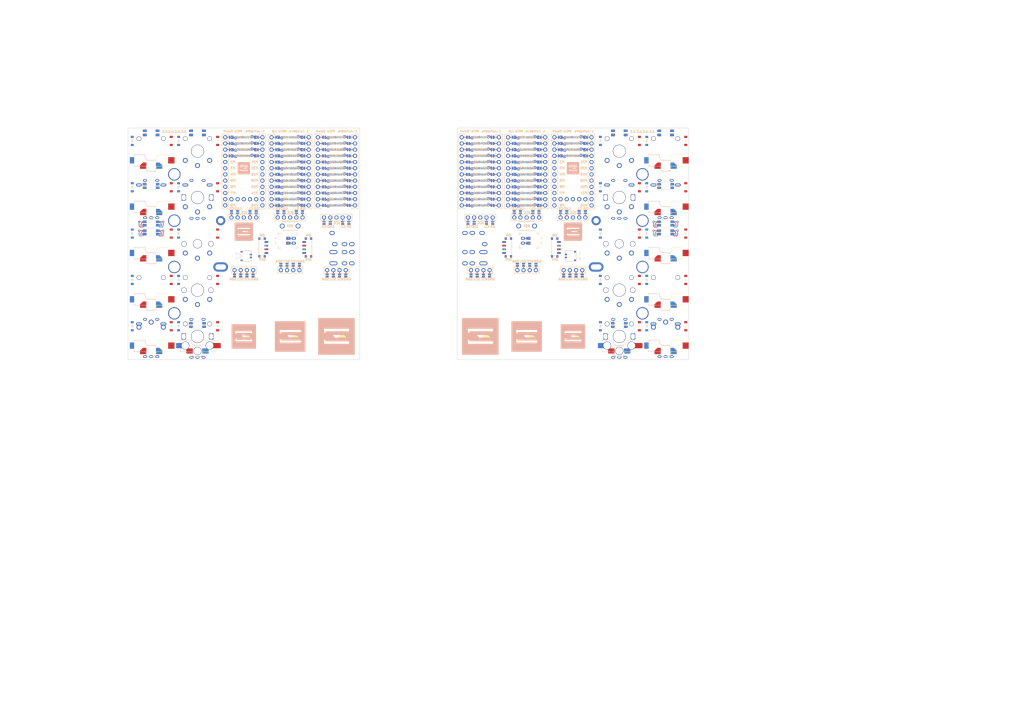
<source format=kicad_pcb>
(kicad_pcb (version 20240108) (generator "ergogen") (generator_version "4.1.0")
  (title_block (title "ergogen_footprints_demo") (date "2024-11-11") (rev "0.1") (company "Unknown"))
  (layers (0 "F.Cu" signal) (31 "B.Cu" signal) (34 "B.Paste" user) (35 "F.Paste" user) (36 "B.SilkS" user "B.Silkscreen") (37 "F.SilkS" user "F.Silkscreen") (38 "B.Mask" user) (39 "F.Mask" user) (44 "Edge.Cuts" user))
  (net 0 "")
  (net 1 "c1")
  (net 2 "c1_r1")
  (net 3 "GND")
  (net 4 "D1")
  (net 5 "D2")
  (net 6 "mirror_c1_r1")
  (net 7 "c1_r2")
  (net 8 "mirror_c1_r2")
  (net 9 "c1_r3")
  (net 10 "mirror_c1_r3")
  (net 11 "c1_r4")
  (net 12 "mirror_c1_r4")
  (net 13 "c1_r5")
  (net 14 "mirror_c1_r5")
  (net 15 "c2")
  (net 16 "c2_r1")
  (net 17 "mirror_c2_r1")
  (net 18 "c2_r2")
  (net 19 "mirror_c2_r2")
  (net 20 "c2_r3")
  (net 21 "mirror_c2_r3")
  (net 22 "c2_r4")
  (net 23 "r4")
  (net 24 "mirror_c2_r4")
  (net 25 "c2_r5")
  (net 26 "LED_3")
  (net 27 "LED_2")
  (net 28 "mirror_c2_r5")
  (net 29 "r5")
  (net 30 "r3")
  (net 31 "r2")
  (net 32 "r1")
  (net 33 "VCC")
  (net 34 "LED_U_1")
  (net 35 "LED")
  (net 36 "RAW")
  (net 37 "RST")
  (net 38 "P21")
  (net 39 "P20")
  (net 40 "P19")
  (net 41 "P18")
  (net 42 "P15")
  (net 43 "P14")
  (net 44 "P16")
  (net 45 "P10")
  (net 46 "P1")
  (net 47 "P0")
  (net 48 "P2")
  (net 49 "P3")
  (net 50 "P4")
  (net 51 "P5")
  (net 52 "P6")
  (net 53 "P7")
  (net 54 "P8")
  (net 55 "P9")
  (net 56 "P101")
  (net 57 "P102")
  (net 58 "P107")
  (net 59 "MCU1_24")
  (net 60 "MCU1_1")
  (net 61 "MCU1_23")
  (net 62 "MCU1_2")
  (net 63 "MCU1_22")
  (net 64 "MCU1_3")
  (net 65 "MCU1_21")
  (net 66 "MCU1_4")
  (net 67 "MCU1_20")
  (net 68 "MCU1_5")
  (net 69 "MCU1_19")
  (net 70 "MCU1_6")
  (net 71 "MCU1_18")
  (net 72 "MCU1_7")
  (net 73 "MCU1_17")
  (net 74 "MCU1_8")
  (net 75 "MCU1_16")
  (net 76 "MCU1_9")
  (net 77 "MCU1_15")
  (net 78 "MCU1_10")
  (net 79 "MCU1_14")
  (net 80 "MCU1_11")
  (net 81 "MCU1_13")
  (net 82 "MCU1_12")
  (net 83 "MCU2_24")
  (net 84 "MCU2_1")
  (net 85 "MCU2_23")
  (net 86 "MCU2_2")
  (net 87 "MCU2_22")
  (net 88 "MCU2_3")
  (net 89 "MCU2_21")
  (net 90 "MCU2_4")
  (net 91 "MCU2_20")
  (net 92 "MCU2_5")
  (net 93 "MCU2_19")
  (net 94 "MCU2_6")
  (net 95 "MCU2_18")
  (net 96 "MCU2_7")
  (net 97 "MCU2_17")
  (net 98 "MCU2_8")
  (net 99 "MCU2_16")
  (net 100 "MCU2_9")
  (net 101 "MCU2_15")
  (net 102 "MCU2_10")
  (net 103 "MCU2_14")
  (net 104 "MCU2_11")
  (net 105 "MCU2_13")
  (net 106 "MCU2_12")
  (net 107 "SDA")
  (net 108 "SCL")
  (net 109 "CS")
  (net 110 "DISP1_1")
  (net 111 "DISP1_2")
  (net 112 "DISP1_4")
  (net 113 "DISP1_5")
  (net 114 "DISP2_1")
  (net 115 "DISP2_2")
  (net 116 "DISP2_4")
  (net 117 "DISP2_5")
  (net 118 "MCU3_24")
  (net 119 "MCU3_1")
  (net 120 "MCU3_23")
  (net 121 "MCU3_2")
  (net 122 "MCU3_22")
  (net 123 "MCU3_3")
  (net 124 "MCU3_21")
  (net 125 "MCU3_4")
  (net 126 "MCU3_20")
  (net 127 "MCU3_5")
  (net 128 "MCU3_19")
  (net 129 "MCU3_6")
  (net 130 "MCU3_18")
  (net 131 "MCU3_7")
  (net 132 "MCU3_17")
  (net 133 "MCU3_8")
  (net 134 "MCU3_16")
  (net 135 "MCU3_9")
  (net 136 "MCU3_15")
  (net 137 "MCU3_10")
  (net 138 "MCU3_14")
  (net 139 "MCU3_11")
  (net 140 "MCU3_13")
  (net 141 "MCU3_12")
  (net 142 "MCU4_24")
  (net 143 "MCU4_1")
  (net 144 "MCU4_23")
  (net 145 "MCU4_2")
  (net 146 "MCU4_22")
  (net 147 "MCU4_3")
  (net 148 "MCU4_21")
  (net 149 "MCU4_4")
  (net 150 "MCU4_20")
  (net 151 "MCU4_5")
  (net 152 "MCU4_19")
  (net 153 "MCU4_6")
  (net 154 "MCU4_18")
  (net 155 "MCU4_7")
  (net 156 "MCU4_17")
  (net 157 "MCU4_8")
  (net 158 "MCU4_16")
  (net 159 "MCU4_9")
  (net 160 "MCU4_15")
  (net 161 "MCU4_10")
  (net 162 "MCU4_14")
  (net 163 "MCU4_11")
  (net 164 "MCU4_13")
  (net 165 "MCU4_12")
  (net 166 "DISP3_1")
  (net 167 "DISP3_2")
  (net 168 "DISP3_4")
  (net 169 "DISP3_5")
  (net 170 "DISP4_1")
  (net 171 "DISP4_2")
  (net 172 "DISP4_4")
  (net 173 "DISP4_5")
  (net 174 "BAT_P")
  (net 175 "JST1_1")
  (net 176 "JST1_2")
  (net 177 "JST2_1")
  (net 178 "JST2_2")
  (net 179 "MCU5_24")
  (net 180 "MCU5_1")
  (net 181 "MCU5_23")
  (net 182 "MCU5_2")
  (net 183 "MCU5_22")
  (net 184 "MCU5_3")
  (net 185 "MCU5_21")
  (net 186 "MCU5_4")
  (net 187 "MCU5_20")
  (net 188 "MCU5_5")
  (net 189 "MCU5_19")
  (net 190 "MCU5_6")
  (net 191 "MCU5_18")
  (net 192 "MCU5_7")
  (net 193 "MCU5_17")
  (net 194 "MCU5_8")
  (net 195 "MCU5_16")
  (net 196 "MCU5_9")
  (net 197 "MCU5_15")
  (net 198 "MCU5_10")
  (net 199 "MCU5_14")
  (net 200 "MCU5_11")
  (net 201 "MCU5_13")
  (net 202 "MCU5_12")
  (net 203 "MCU6_24")
  (net 204 "MCU6_1")
  (net 205 "MCU6_23")
  (net 206 "MCU6_2")
  (net 207 "MCU6_22")
  (net 208 "MCU6_3")
  (net 209 "MCU6_21")
  (net 210 "MCU6_4")
  (net 211 "MCU6_20")
  (net 212 "MCU6_5")
  (net 213 "MCU6_19")
  (net 214 "MCU6_6")
  (net 215 "MCU6_18")
  (net 216 "MCU6_7")
  (net 217 "MCU6_17")
  (net 218 "MCU6_8")
  (net 219 "MCU6_16")
  (net 220 "MCU6_9")
  (net 221 "MCU6_15")
  (net 222 "MCU6_10")
  (net 223 "MCU6_14")
  (net 224 "MCU6_11")
  (net 225 "MCU6_13")
  (net 226 "MCU6_12")
  (net 227 "DISP5_1")
  (net 228 "DISP5_2")
  (net 229 "DISP5_4")
  (net 230 "DISP5_5")
  (net 231 "DISP6_1")
  (net 232 "DISP6_2")
  (net 233 "DISP6_4")
  (net 234 "DISP6_5")
  (net 235 "R1")
  (net 236 "DAT")
  (net 237 "DISP7_1")
  (net 238 "DISP7_2")
  (net 239 "DISP7_3")
  (net 240 "DISP7_4")
  (net 241 "DISP8_1")
  (net 242 "DISP8_2")
  (net 243 "DISP8_3")
  (net 244 "DISP8_4")
  (net 245 "DISP9_1")
  (net 246 "DISP9_2")
  (net 247 "DISP9_3")
  (net 248 "DISP9_4")
  (net 249 "DISP10_1")
  (net 250 "DISP10_2")
  (net 251 "DISP10_3")
  (net 252 "DISP10_4")
  (net 253 "DISP11_1")
  (net 254 "DISP11_2")
  (net 255 "DISP11_3")
  (net 256 "DISP11_4")
  (net 257 "DISP12_1")
  (net 258 "DISP12_2")
  (net 259 "DISP12_3")
  (net 260 "DISP12_4")
  (net 261 "RE_A")
  (net 262 "RE_C")
  (footprint "ceoloide:switch_choc_v1_v2" (layer "B.Cu") (at 62 62 180)
    (property "Reference" "S1" hide)
  )
  (footprint "ceoloide:switch_choc_v1_v2" (layer "B.Cu") (at 273 62 -180)
    (property "Reference" "S2" hide)
  )
  (footprint "ceoloide:switch_choc_v1_v2" (layer "B.Cu") (at 62 81 180)
    (property "Reference" "S3" hide)
  )
  (footprint "ceoloide:switch_choc_v1_v2" (layer "B.Cu") (at 273 81 -180)
    (property "Reference" "S4" hide)
  )
  (footprint "ceoloide:switch_choc_v1_v2" (layer "B.Cu") (at 62 100 180)
    (property "Reference" "S5" hide)
  )
  (footprint "ceoloide:switch_choc_v1_v2" (layer "B.Cu") (at 273 100 -180)
    (property "Reference" "S6" hide)
  )
  (footprint "ceoloide:switch_choc_v1_v2" (layer "B.Cu") (at 62 119 180)
    (property "Reference" "S7" hide)
  )
  (footprint "ceoloide:switch_choc_v1_v2" (layer "B.Cu") (at 273 119 -180)
    (property "Reference" "S8" hide)
  )
  (footprint "ceoloide:switch_choc_v1_v2" (layer "B.Cu") (at 62 138 180)
    (property "Reference" "S9" hide)
  )
  (footprint "ceoloide:switch_choc_v1_v2" (layer "B.Cu") (at 273 138 -180)
    (property "Reference" "S10" hide)
  )
  (footprint "ceoloide:switch_choc_v1_v2" (layer "B.Cu") (at 81 62 180)
    (property "Reference" "S11" hide)
  )
  (footprint "ceoloide:switch_choc_v1_v2" (layer "B.Cu") (at 254 62 -180)
    (property "Reference" "S12" hide)
  )
  (footprint "ceoloide:switch_choc_v1_v2" (layer "B.Cu") (at 81 81 180)
    (property "Reference" "S13" hide)
  )
  (footprint "ceoloide:switch_choc_v1_v2" (layer "B.Cu") (at 254 81 -180)
    (property "Reference" "S14" hide)
  )
  (footprint "ceoloide:switch_choc_v1_v2" (layer "B.Cu") (at 81 100 180)
    (property "Reference" "S15" hide)
  )
  (footprint "ceoloide:switch_choc_v1_v2" (layer "B.Cu") (at 254 100 -180)
    (property "Reference" "S16" hide)
  )
  (footprint "ceoloide:switch_choc_v1_v2" (layer "B.Cu") (at 81 119 180)
    (property "Reference" "S17" hide)
  )
  (footprint "ceoloide:switch_choc_v1_v2" (layer "B.Cu") (at 254 119 -180)
    (property "Reference" "S18" hide)
  )
  (footprint "ceoloide:switch_choc_v1_v2" (layer "B.Cu") (at 81 138 180)
    (property "Reference" "S19" hide)
  )
  (footprint "ceoloide:switch_choc_v1_v2" (layer "B.Cu") (at 254 138 -180)
    (property "Reference" "S20" hide)
  )
  (footprint "ceoloide:diode_tht_sod123" (layer "B.Cu") (at 54.25 133.8 -90)
    (property "Reference" "D1" hide)
  )
  (footprint "ceoloide:diode_tht_sod123" (layer "B.Cu") (at 54.25 114.8 -90)
    (property "Reference" "D2" hide)
  )
  (footprint "ceoloide:diode_tht_sod123" (layer "B.Cu") (at 54.25 95.8 -90)
    (property "Reference" "D3" hide)
  )
  (footprint "ceoloide:diode_tht_sod123" (layer "B.Cu") (at 54.25 76.8 -90)
    (property "Reference" "D4" hide)
  )
  (footprint "ceoloide:diode_tht_sod123" (layer "B.Cu") (at 54.25 57.8 -90)
    (property "Reference" "D5" hide)
  )
  (footprint "ceoloide:diode_tht_sod123" (layer "B.Cu") (at 73.25 133.8 -90)
    (property "Reference" "D6" hide)
  )
  (footprint "ceoloide:diode_tht_sod123" (layer "B.Cu") (at 73.25 114.8 -90)
    (property "Reference" "D7" hide)
  )
  (footprint "ceoloide:diode_tht_sod123" (layer "B.Cu") (at 73.25 95.8 -90)
    (property "Reference" "D8" hide)
  )
  (footprint "ceoloide:diode_tht_sod123" (layer "B.Cu") (at 73.25 76.8 -90)
    (property "Reference" "D9" hide)
  )
  (footprint "ceoloide:diode_tht_sod123" (layer "B.Cu") (at 73.25 57.8 -90)
    (property "Reference" "D10" hide)
  )
  (footprint "ceoloide:diode_tht_sod123" (layer "B.Cu") (at 265.25 133.8 -90)
    (property "Reference" "D11" hide)
  )
  (footprint "ceoloide:diode_tht_sod123" (layer "B.Cu") (at 265.25 114.8 -90)
    (property "Reference" "D12" hide)
  )
  (footprint "ceoloide:diode_tht_sod123" (layer "B.Cu") (at 265.25 95.8 -90)
    (property "Reference" "D13" hide)
  )
  (footprint "ceoloide:diode_tht_sod123" (layer "B.Cu") (at 265.25 76.8 -90)
    (property "Reference" "D14" hide)
  )
  (footprint "ceoloide:diode_tht_sod123" (layer "B.Cu") (at 265.25 57.8 -90)
    (property "Reference" "D15" hide)
  )
  (footprint "ceoloide:diode_tht_sod123" (layer "B.Cu") (at 246.25 133.8 -90)
    (property "Reference" "D16" hide)
  )
  (footprint "ceoloide:diode_tht_sod123" (layer "B.Cu") (at 246.25 114.8 -90)
    (property "Reference" "D17" hide)
  )
  (footprint "ceoloide:diode_tht_sod123" (layer "B.Cu") (at 246.25 95.8 -90)
    (property "Reference" "D18" hide)
  )
  (footprint "ceoloide:diode_tht_sod123" (layer "B.Cu") (at 246.25 76.8 -90)
    (property "Reference" "D19" hide)
  )
  (footprint "ceoloide:diode_tht_sod123" (layer "B.Cu") (at 246.25 57.8 -90)
    (property "Reference" "D20" hide)
  )
  (footprint "ceoloide:diode_tht_sod123" (layer "F.Cu") (at 70.25 133.8 -90)
    (property "Reference" "D21" hide)
  )
  (footprint "ceoloide:diode_tht_sod123" (layer "F.Cu") (at 70.25 114.8 -90)
    (property "Reference" "D22" hide)
  )
  (footprint "ceoloide:diode_tht_sod123" (layer "F.Cu") (at 70.25 95.8 -90)
    (property "Reference" "D23" hide)
  )
  (footprint "ceoloide:diode_tht_sod123" (layer "F.Cu") (at 70.25 76.8 -90)
    (property "Reference" "D24" hide)
  )
  (footprint "ceoloide:diode_tht_sod123" (layer "F.Cu") (at 70.25 57.8 -90)
    (property "Reference" "D25" hide)
  )
  (footprint "ceoloide:diode_tht_sod123" (layer "F.Cu") (at 89.25 133.8 -90)
    (property "Reference" "D26" hide)
  )
  (footprint "ceoloide:diode_tht_sod123" (layer "F.Cu") (at 89.25 114.8 -90)
    (property "Reference" "D27" hide)
  )
  (footprint "ceoloide:diode_tht_sod123" (layer "F.Cu") (at 89.25 95.8 -90)
    (property "Reference" "D28" hide)
  )
  (footprint "ceoloide:diode_tht_sod123" (layer "F.Cu") (at 89.25 76.8 -90)
    (property "Reference" "D29" hide)
  )
  (footprint "ceoloide:diode_tht_sod123" (layer "F.Cu") (at 89.25 57.8 -90)
    (property "Reference" "D30" hide)
  )
  (footprint "ceoloide:diode_tht_sod123" (layer "F.Cu") (at 281.25 133.8 -90)
    (property "Reference" "D31" hide)
  )
  (footprint "ceoloide:diode_tht_sod123" (layer "F.Cu") (at 281.25 114.8 -90)
    (property "Reference" "D32" hide)
  )
  (footprint "ceoloide:diode_tht_sod123" (layer "F.Cu") (at 281.25 95.8 -90)
    (property "Reference" "D33" hide)
  )
  (footprint "ceoloide:diode_tht_sod123" (layer "F.Cu") (at 281.25 76.8 -90)
    (property "Reference" "D34" hide)
  )
  (footprint "ceoloide:diode_tht_sod123" (layer "F.Cu") (at 281.25 57.8 -90)
    (property "Reference" "D35" hide)
  )
  (footprint "ceoloide:diode_tht_sod123" (layer "F.Cu") (at 262.25 133.8 -90)
    (property "Reference" "D36" hide)
  )
  (footprint "ceoloide:diode_tht_sod123" (layer "F.Cu") (at 262.25 114.8 -90)
    (property "Reference" "D37" hide)
  )
  (footprint "ceoloide:diode_tht_sod123" (layer "F.Cu") (at 262.25 95.8 -90)
    (property "Reference" "D38" hide)
  )
  (footprint "ceoloide:diode_tht_sod123" (layer "F.Cu") (at 262.25 76.8 -90)
    (property "Reference" "D39" hide)
  )
  (footprint "ceoloide:diode_tht_sod123" (layer "F.Cu") (at 262.25 57.8 -90)
    (property "Reference" "D40" hide)
  )
  (footprint "ceoloide:mounting_hole_npth" (layer "F.Cu") (at 71.5 128.5 0)
    (property "Reference" "MH1" hide)
  )
  (footprint "ceoloide:mounting_hole_npth" (layer "F.Cu") (at 71.5 109.5 0)
    (property "Reference" "MH2" hide)
  )
  (footprint "ceoloide:mounting_hole_npth" (layer "F.Cu") (at 71.5 90.5 0)
    (property "Reference" "MH3" hide)
  )
  (footprint "ceoloide:mounting_hole_npth" (layer "F.Cu") (at 71.5 71.5 0)
    (property "Reference" "MH4" hide)
  )
  (footprint "ceoloide:mounting_hole_npth" (layer "F.Cu") (at 263.5 128.5 0)
    (property "Reference" "MH5" hide)
  )
  (footprint "ceoloide:mounting_hole_npth" (layer "F.Cu") (at 263.5 109.5 0)
    (property "Reference" "MH6" hide)
  )
  (footprint "ceoloide:mounting_hole_npth" (layer "F.Cu") (at 263.5 90.5 0)
    (property "Reference" "MH7" hide)
  )
  (footprint "ceoloide:mounting_hole_npth" (layer "F.Cu") (at 263.5 71.5 0)
    (property "Reference" "MH8" hide)
  )
  (footprint "ceoloide:led_SK6812mini-e (per-key, reversible)" (layer "B.Cu") (at 62 76.3 0)
    (property "Reference" "LED1" hide)
    (fp_rect (start -1.8 -1.55) (end 1.8 1.55) (layer "Edge.Cuts") (stroke (width 0.12)) (fill none))
  )
  (footprint "ceoloide:led_SK6812mini-e (per-key, reversible)" (layer "B.Cu") (at 273 76.3 0)
    (property "Reference" "LED2" hide)
    (fp_rect (start -1.8 -1.55) (end 1.8 1.55) (layer "Edge.Cuts") (stroke (width 0.12)) (fill none))
  )
  (footprint "ceoloide:led_SK6812mini-e (per-key, reversible)" (layer "B.Cu") (at 62 95.3 0)
    (property "Reference" "LED3" hide)
    (fp_rect (start -1.8 -1.55) (end 1.8 1.55) (layer "Edge.Cuts") (stroke (width 0.12)) (fill none))
  )
  (segment (start 65.4 94.6) (end 66.06 95.194084) (width 0.25) (layer "F.Cu") (net 33))
  (segment (start 66.06 95.194084) (end 66.06 96) (width 0.25) (layer "F.Cu") (net 33))
  (segment (start 64.7 94.6) (end 65.4 94.6) (width 0.25) (layer "F.Cu") (net 33))
  (via (at 66.06 96) (size 0.8) (drill 0.4) (layers "F.Cu" "B.Cu") (net 33))
  (segment (start 64.7 96) (end 66.06 96) (width 0.25) (layer "B.Cu") (net 33))
  (segment (start 66.95 94.6) (end 64.7 94.6) (width 0.25) (layer "B.Cu") (net 26))
  (via (at 66.95 94.6) (size 0.8) (drill 0.4) (layers "F.Cu" "B.Cu") (net 26))
  (segment (start 64.7 96) (end 65.481 96.785) (width 0.25) (layer "F.Cu") (net 26))
  (segment (start 65.481 96.785) (end 66.529 96.785) (width 0.25) (layer "F.Cu") (net 26))
  (segment (start 66.95 96.36) (end 66.95 94.6) (width 0.25) (layer "F.Cu") (net 26))
  (segment (start 66.529 96.785) (end 66.95 96.36) (width 0.25) (layer "F.Cu") (net 26))
  (segment (start 58.6 94.6) (end 57.94 95.194084) (width 0.25) (layer "B.Cu") (net 3))
  (segment (start 57.94 95.194084) (end 57.94 96) (width 0.25) (layer "B.Cu") (net 3))
  (segment (start 59.3 94.6) (end 58.6 94.6) (width 0.25) (layer "B.Cu") (net 3))
  (via (at 57.94 96) (size 0.8) (drill 0.4) (layers "F.Cu" "B.Cu") (net 3))
  (segment (start 59.3 96) (end 57.94 96) (width 0.25) (layer "F.Cu") (net 3))
  (segment (start 57.05 94.6) (end 59.3 94.6) (width 0.25) (layer "F.Cu") (net 27))
  (via (at 57.05 94.6) (size 0.8) (drill 0.4) (layers "F.Cu" "B.Cu") (net 27))
  (segment (start 59.3 96) (end 58.519 96.785) (width 0.25) (layer "B.Cu") (net 27))
  (segment (start 58.519 96.785) (end 57.471000000000004 96.785) (width 0.25) (layer "B.Cu") (net 27))
  (segment (start 57.05 96.36) (end 57.05 94.6) (width 0.25) (layer "B.Cu") (net 27))
  (segment (start 57.471000000000004 96.785) (end 57.05 96.36) (width 0.25) (layer "B.Cu") (net 27))
  (footprint "ceoloide:led_SK6812mini-e (per-key, reversible)" (layer "B.Cu") (at 273 95.3 0)
    (property "Reference" "LED4" hide)
    (fp_rect (start -1.8 -1.55) (end 1.8 1.55) (layer "Edge.Cuts") (stroke (width 0.12)) (fill none))
  )
  (segment (start 276.4 94.6) (end 277.06 95.194084) (width 0.25) (layer "F.Cu") (net 33))
  (segment (start 277.06 95.194084) (end 277.06 96) (width 0.25) (layer "F.Cu") (net 33))
  (segment (start 275.7 94.6) (end 276.4 94.6) (width 0.25) (layer "F.Cu") (net 33))
  (via (at 277.06 96) (size 0.8) (drill 0.4) (layers "F.Cu" "B.Cu") (net 33))
  (segment (start 275.7 96) (end 277.06 96) (width 0.25) (layer "B.Cu") (net 33))
  (segment (start 277.95 94.6) (end 275.7 94.6) (width 0.25) (layer "B.Cu") (net 26))
  (via (at 277.95 94.6) (size 0.8) (drill 0.4) (layers "F.Cu" "B.Cu") (net 26))
  (segment (start 275.7 96) (end 276.481 96.785) (width 0.25) (layer "F.Cu") (net 26))
  (segment (start 276.481 96.785) (end 277.529 96.785) (width 0.25) (layer "F.Cu") (net 26))
  (segment (start 277.95 96.36) (end 277.95 94.6) (width 0.25) (layer "F.Cu") (net 26))
  (segment (start 277.529 96.785) (end 277.95 96.36) (width 0.25) (layer "F.Cu") (net 26))
  (segment (start 269.6 94.6) (end 268.94 95.194084) (width 0.25) (layer "B.Cu") (net 3))
  (segment (start 268.94 95.194084) (end 268.94 96) (width 0.25) (layer "B.Cu") (net 3))
  (segment (start 270.3 94.6) (end 269.6 94.6) (width 0.25) (layer "B.Cu") (net 3))
  (via (at 268.94 96) (size 0.8) (drill 0.4) (layers "F.Cu" "B.Cu") (net 3))
  (segment (start 270.3 96) (end 268.94 96) (width 0.25) (layer "F.Cu") (net 3))
  (segment (start 268.05 94.6) (end 270.3 94.6) (width 0.25) (layer "F.Cu") (net 27))
  (via (at 268.05 94.6) (size 0.8) (drill 0.4) (layers "F.Cu" "B.Cu") (net 27))
  (segment (start 270.3 96) (end 269.519 96.785) (width 0.25) (layer "B.Cu") (net 27))
  (segment (start 269.519 96.785) (end 268.471 96.785) (width 0.25) (layer "B.Cu") (net 27))
  (segment (start 268.05 96.36) (end 268.05 94.6) (width 0.25) (layer "B.Cu") (net 27))
  (segment (start 268.471 96.785) (end 268.05 96.36) (width 0.25) (layer "B.Cu") (net 27))
  (footprint "ceoloide:led_SK6812mini-e (per-key, reversible)" (layer "B.Cu") (at 81 133.3 0)
    (property "Reference" "LED5" hide)
    (fp_rect (start -1.8 -1.55) (end 1.8 1.55) (layer "Edge.Cuts") (stroke (width 0.12)) (fill none))
  )
  (footprint "ceoloide:led_SK6812mini-e (per-key, reversible)" (layer "B.Cu") (at 254 133.3 0)
    (property "Reference" "LED6" hide)
    (fp_rect (start -1.8 -1.55) (end 1.8 1.55) (layer "Edge.Cuts") (stroke (width 0.12)) (fill none))
  )
  (footprint "ceoloide:led_SK6812mini-e (underglow, reversible)" (layer "B.Cu") (at 62 91.65 0)
    (property "Reference" "LED7" hide)
    (fp_rect (start -1.8 -1.55) (end 1.8 1.55) (layer "Edge.Cuts") (stroke (width 0.12)) (fill none))
  )
  (segment (start 65.4 90.95) (end 66.06 91.54408400000001) (width 0.25) (layer "B.Cu") (net 33))
  (segment (start 66.06 91.54408400000001) (end 66.06 92.35000000000001) (width 0.25) (layer "B.Cu") (net 33))
  (segment (start 64.7 90.95) (end 65.4 90.95) (width 0.25) (layer "B.Cu") (net 33))
  (via (at 66.06 92.35000000000001) (size 0.8) (drill 0.4) (layers "F.Cu" "B.Cu") (net 33))
  (segment (start 64.7 92.35000000000001) (end 66.06 92.35000000000001) (width 0.25) (layer "F.Cu") (net 33))
  (segment (start 66.95 90.95) (end 64.7 90.95) (width 0.25) (layer "F.Cu") (net 27))
  (via (at 66.95 90.95) (size 0.8) (drill 0.4) (layers "F.Cu" "B.Cu") (net 27))
  (segment (start 64.7 92.35000000000001) (end 65.481 93.135) (width 0.25) (layer "B.Cu") (net 27))
  (segment (start 65.481 93.135) (end 66.529 93.135) (width 0.25) (layer "B.Cu") (net 27))
  (segment (start 66.95 92.71000000000001) (end 66.95 90.95) (width 0.25) (layer "B.Cu") (net 27))
  (segment (start 66.529 93.135) (end 66.95 92.71000000000001) (width 0.25) (layer "B.Cu") (net 27))
  (segment (start 58.6 90.95) (end 57.94 91.54408400000001) (width 0.25) (layer "F.Cu") (net 3))
  (segment (start 57.94 91.54408400000001) (end 57.94 92.35000000000001) (width 0.25) (layer "F.Cu") (net 3))
  (segment (start 59.3 90.95) (end 58.6 90.95) (width 0.25) (layer "F.Cu") (net 3))
  (via (at 57.94 92.35000000000001) (size 0.8) (drill 0.4) (layers "F.Cu" "B.Cu") (net 3))
  (segment (start 59.3 92.35000000000001) (end 57.94 92.35000000000001) (width 0.25) (layer "B.Cu") (net 3))
  (segment (start 57.05 90.95) (end 59.3 90.95) (width 0.25) (layer "B.Cu") (net 34))
  (via (at 57.05 90.95) (size 0.8) (drill 0.4) (layers "F.Cu" "B.Cu") (net 34))
  (segment (start 59.3 92.35000000000001) (end 58.519 93.135) (width 0.25) (layer "F.Cu") (net 34))
  (segment (start 58.519 93.135) (end 57.471000000000004 93.135) (width 0.25) (layer "F.Cu") (net 34))
  (segment (start 57.05 92.71000000000001) (end 57.05 90.95) (width 0.25) (layer "F.Cu") (net 34))
  (segment (start 57.471000000000004 93.135) (end 57.05 92.71000000000001) (width 0.25) (layer "F.Cu") (net 34))
  (footprint "ceoloide:led_SK6812mini-e (underglow, reversible)" (layer "B.Cu") (at 273 91.65 0)
    (property "Reference" "LED8" hide)
    (fp_rect (start -1.8 -1.55) (end 1.8 1.55) (layer "Edge.Cuts") (stroke (width 0.12)) (fill none))
  )
  (segment (start 276.4 90.95) (end 277.06 91.54408400000001) (width 0.25) (layer "B.Cu") (net 33))
  (segment (start 277.06 91.54408400000001) (end 277.06 92.35000000000001) (width 0.25) (layer "B.Cu") (net 33))
  (segment (start 275.7 90.95) (end 276.4 90.95) (width 0.25) (layer "B.Cu") (net 33))
  (via (at 277.06 92.35000000000001) (size 0.8) (drill 0.4) (layers "F.Cu" "B.Cu") (net 33))
  (segment (start 275.7 92.35000000000001) (end 277.06 92.35000000000001) (width 0.25) (layer "F.Cu") (net 33))
  (segment (start 277.95 90.95) (end 275.7 90.95) (width 0.25) (layer "F.Cu") (net 27))
  (via (at 277.95 90.95) (size 0.8) (drill 0.4) (layers "F.Cu" "B.Cu") (net 27))
  (segment (start 275.7 92.35000000000001) (end 276.481 93.135) (width 0.25) (layer "B.Cu") (net 27))
  (segment (start 276.481 93.135) (end 277.529 93.135) (width 0.25) (layer "B.Cu") (net 27))
  (segment (start 277.95 92.71000000000001) (end 277.95 90.95) (width 0.25) (layer "B.Cu") (net 27))
  (segment (start 277.529 93.135) (end 277.95 92.71000000000001) (width 0.25) (layer "B.Cu") (net 27))
  (segment (start 269.6 90.95) (end 268.94 91.54408400000001) (width 0.25) (layer "F.Cu") (net 3))
  (segment (start 268.94 91.54408400000001) (end 268.94 92.35000000000001) (width 0.25) (layer "F.Cu") (net 3))
  (segment (start 270.3 90.95) (end 269.6 90.95) (width 0.25) (layer "F.Cu") (net 3))
  (via (at 268.94 92.35000000000001) (size 0.8) (drill 0.4) (layers "F.Cu" "B.Cu") (net 3))
  (segment (start 270.3 92.35000000000001) (end 268.94 92.35000000000001) (width 0.25) (layer "B.Cu") (net 3))
  (segment (start 268.05 90.95) (end 270.3 90.95) (width 0.25) (layer "B.Cu") (net 34))
  (via (at 268.05 90.95) (size 0.8) (drill 0.4) (layers "F.Cu" "B.Cu") (net 34))
  (segment (start 270.3 92.35000000000001) (end 269.519 93.135) (width 0.25) (layer "F.Cu") (net 34))
  (segment (start 269.519 93.135) (end 268.471 93.135) (width 0.25) (layer "F.Cu") (net 34))
  (segment (start 268.05 92.71000000000001) (end 268.05 90.95) (width 0.25) (layer "F.Cu") (net 34))
  (segment (start 268.471 93.135) (end 268.05 92.71000000000001) (width 0.25) (layer "F.Cu") (net 34))
  (gr_text "JLCJLCJLCJLC" (at 71.5 54 0) (layer "F.SilkS") (effects (font (size 1 1))))
  (gr_text "JLCJLCJLCJLC" (at 71.5 54 0) (layer "B.SilkS") (effects (font (size 1 1)) (justify mirror)))
  (gr_text "JLCJLCJLCJLC" (at 263.5 54 0) (layer "F.SilkS") (effects (font (size 1 1))))
  (gr_text "JLCJLCJLCJLC" (at 263.5 54 0) (layer "B.SilkS") (effects (font (size 1 1)) (justify mirror)))
  (footprint "ceoloide:mcu_nice_nano" (layer "F.Cu") (at 138 69 0)
    (property "Reference" "MCU1" hide)
  )
  (segment (start 142.58 56.3) (end 141.4 56.3) (width 0.25) (layer "F.Cu"))
  (segment (start 133.42 56.3) (end 134.6 56.3) (width 0.25) (layer "F.Cu"))
  (segment (start 130.38 56.3) (end 132.5 56.3) (width 0.25) (layer "F.Cu"))
  (segment (start 130.38 56.3) (end 132.5 56.3) (width 0.25) (layer "B.Cu"))
  (segment (start 143.5 56.3) (end 145.62 56.3) (width 0.25) (layer "F.Cu"))
  (segment (start 145.62 56.3) (end 143.5 56.3) (width 0.25) (layer "B.Cu"))
  (segment (start 135.395305 56.53) (end 141.17 56.53) (width 0.25) (layer "B.Cu"))
  (segment (start 133.225 56.3) (end 133.574695 56.3) (width 0.25) (layer "B.Cu"))
  (segment (start 134.29969499999999 57.025) (end 134.900305 57.025) (width 0.25) (layer "B.Cu"))
  (segment (start 133.574695 56.3) (end 134.29969499999999 57.025) (width 0.25) (layer "B.Cu"))
  (segment (start 134.900305 57.025) (end 135.395305 56.53) (width 0.25) (layer "B.Cu"))
  (segment (start 142.775 56.3) (end 142.425305 56.3) (width 0.25) (layer "B.Cu"))
  (segment (start 140.594695 56.08) (end 134.82 56.08) (width 0.25) (layer "B.Cu"))
  (segment (start 142.425305 56.3) (end 141.70030500000001 55.575) (width 0.25) (layer "B.Cu"))
  (segment (start 141.70030500000001 55.575) (end 141.099695 55.575) (width 0.25) (layer "B.Cu"))
  (segment (start 141.099695 55.575) (end 140.594695 56.08) (width 0.25) (layer "B.Cu"))
  (segment (start 142.58 58.84) (end 141.4 58.84) (width 0.25) (layer "F.Cu"))
  (segment (start 133.42 58.84) (end 134.6 58.84) (width 0.25) (layer "F.Cu"))
  (segment (start 130.38 58.84) (end 132.5 58.84) (width 0.25) (layer "F.Cu"))
  (segment (start 130.38 58.84) (end 132.5 58.84) (width 0.25) (layer "B.Cu"))
  (segment (start 143.5 58.84) (end 145.62 58.84) (width 0.25) (layer "F.Cu"))
  (segment (start 145.62 58.84) (end 143.5 58.84) (width 0.25) (layer "B.Cu"))
  (segment (start 135.395305 59.07) (end 141.17 59.07) (width 0.25) (layer "B.Cu"))
  (segment (start 133.225 58.84) (end 133.574695 58.84) (width 0.25) (layer "B.Cu"))
  (segment (start 134.29969499999999 59.565) (end 134.900305 59.565) (width 0.25) (layer "B.Cu"))
  (segment (start 133.574695 58.84) (end 134.29969499999999 59.565) (width 0.25) (layer "B.Cu"))
  (segment (start 134.900305 59.565) (end 135.395305 59.07) (width 0.25) (layer "B.Cu"))
  (segment (start 142.775 58.84) (end 142.425305 58.84) (width 0.25) (layer "B.Cu"))
  (segment (start 140.594695 58.62) (end 134.82 58.62) (width 0.25) (layer "B.Cu"))
  (segment (start 142.425305 58.84) (end 141.70030500000001 58.115) (width 0.25) (layer "B.Cu"))
  (segment (start 141.70030500000001 58.115) (end 141.099695 58.115) (width 0.25) (layer "B.Cu"))
  (segment (start 141.099695 58.115) (end 140.594695 58.62) (width 0.25) (layer "B.Cu"))
  (segment (start 142.58 61.38) (end 141.4 61.38) (width 0.25) (layer "F.Cu"))
  (segment (start 133.42 61.38) (end 134.6 61.38) (width 0.25) (layer "F.Cu"))
  (segment (start 130.38 61.38) (end 132.5 61.38) (width 0.25) (layer "F.Cu"))
  (segment (start 130.38 61.38) (end 132.5 61.38) (width 0.25) (layer "B.Cu"))
  (segment (start 143.5 61.38) (end 145.62 61.38) (width 0.25) (layer "F.Cu"))
  (segment (start 145.62 61.38) (end 143.5 61.38) (width 0.25) (layer "B.Cu"))
  (segment (start 135.395305 61.61) (end 141.17 61.61) (width 0.25) (layer "B.Cu"))
  (segment (start 133.225 61.38) (end 133.574695 61.38) (width 0.25) (layer "B.Cu"))
  (segment (start 134.29969499999999 62.105000000000004) (end 134.900305 62.105000000000004) (width 0.25) (layer "B.Cu"))
  (segment (start 133.574695 61.38) (end 134.29969499999999 62.105000000000004) (width 0.25) (layer "B.Cu"))
  (segment (start 134.900305 62.105000000000004) (end 135.395305 61.61) (width 0.25) (layer "B.Cu"))
  (segment (start 142.775 61.38) (end 142.425305 61.38) (width 0.25) (layer "B.Cu"))
  (segment (start 140.594695 61.16) (end 134.82 61.16) (width 0.25) (layer "B.Cu"))
  (segment (start 142.425305 61.38) (end 141.70030500000001 60.655) (width 0.25) (layer "B.Cu"))
  (segment (start 141.70030500000001 60.655) (end 141.099695 60.655) (width 0.25) (layer "B.Cu"))
  (segment (start 141.099695 60.655) (end 140.594695 61.16) (width 0.25) (layer "B.Cu"))
  (segment (start 142.58 63.92) (end 141.4 63.92) (width 0.25) (layer "F.Cu"))
  (segment (start 133.42 63.92) (end 134.6 63.92) (width 0.25) (layer "F.Cu"))
  (segment (start 130.38 63.92) (end 132.5 63.92) (width 0.25) (layer "F.Cu"))
  (segment (start 130.38 63.92) (end 132.5 63.92) (width 0.25) (layer "B.Cu"))
  (segment (start 143.5 63.92) (end 145.62 63.92) (width 0.25) (layer "F.Cu"))
  (segment (start 145.62 63.92) (end 143.5 63.92) (width 0.25) (layer "B.Cu"))
  (segment (start 135.395305 64.15) (end 141.17 64.15) (width 0.25) (layer "B.Cu"))
  (segment (start 133.225 63.92) (end 133.574695 63.92) (width 0.25) (layer "B.Cu"))
  (segment (start 134.29969499999999 64.645) (end 134.900305 64.645) (width 0.25) (layer "B.Cu"))
  (segment (start 133.574695 63.92) (end 134.29969499999999 64.645) (width 0.25) (layer "B.Cu"))
  (segment (start 134.900305 64.645) (end 135.395305 64.15) (width 0.25) (layer "B.Cu"))
  (segment (start 142.775 63.92) (end 142.425305 63.92) (width 0.25) (layer "B.Cu"))
  (segment (start 140.594695 63.7) (end 134.82 63.7) (width 0.25) (layer "B.Cu"))
  (segment (start 142.425305 63.92) (end 141.70030500000001 63.195) (width 0.25) (layer "B.Cu"))
  (segment (start 141.70030500000001 63.195) (end 141.099695 63.195) (width 0.25) (layer "B.Cu"))
  (segment (start 141.099695 63.195) (end 140.594695 63.7) (width 0.25) (layer "B.Cu"))
  (segment (start 142.58 66.46) (end 141.4 66.46) (width 0.25) (layer "F.Cu"))
  (segment (start 133.42 66.46) (end 134.6 66.46) (width 0.25) (layer "F.Cu"))
  (segment (start 130.38 66.46) (end 132.5 66.46) (width 0.25) (layer "F.Cu"))
  (segment (start 130.38 66.46) (end 132.5 66.46) (width 0.25) (layer "B.Cu"))
  (segment (start 143.5 66.46) (end 145.62 66.46) (width 0.25) (layer "F.Cu"))
  (segment (start 145.62 66.46) (end 143.5 66.46) (width 0.25) (layer "B.Cu"))
  (segment (start 135.395305 66.69) (end 141.17 66.69) (width 0.25) (layer "B.Cu"))
  (segment (start 133.225 66.46) (end 133.574695 66.46) (width 0.25) (layer "B.Cu"))
  (segment (start 134.29969499999999 67.185) (end 134.900305 67.185) (width 0.25) (layer "B.Cu"))
  (segment (start 133.574695 66.46) (end 134.29969499999999 67.185) (width 0.25) (layer "B.Cu"))
  (segment (start 134.900305 67.185) (end 135.395305 66.69) (width 0.25) (layer "B.Cu"))
  (segment (start 142.775 66.46) (end 142.425305 66.46) (width 0.25) (layer "B.Cu"))
  (segment (start 140.594695 66.24) (end 134.82 66.24) (width 0.25) (layer "B.Cu"))
  (segment (start 142.425305 66.46) (end 141.70030500000001 65.735) (width 0.25) (layer "B.Cu"))
  (segment (start 141.70030500000001 65.735) (end 141.099695 65.735) (width 0.25) (layer "B.Cu"))
  (segment (start 141.099695 65.735) (end 140.594695 66.24) (width 0.25) (layer "B.Cu"))
  (segment (start 142.58 69) (end 141.4 69) (width 0.25) (layer "F.Cu"))
  (segment (start 133.42 69) (end 134.6 69) (width 0.25) (layer "F.Cu"))
  (segment (start 130.38 69) (end 132.5 69) (width 0.25) (layer "F.Cu"))
  (segment (start 130.38 69) (end 132.5 69) (width 0.25) (layer "B.Cu"))
  (segment (start 143.5 69) (end 145.62 69) (width 0.25) (layer "F.Cu"))
  (segment (start 145.62 69) (end 143.5 69) (width 0.25) (layer "B.Cu"))
  (segment (start 135.395305 69.23) (end 141.17 69.23) (width 0.25) (layer "B.Cu"))
  (segment (start 133.225 69) (end 133.574695 69) (width 0.25) (layer "B.Cu"))
  (segment (start 134.29969499999999 69.725) (end 134.900305 69.725) (width 0.25) (layer "B.Cu"))
  (segment (start 133.574695 69) (end 134.29969499999999 69.725) (width 0.25) (layer "B.Cu"))
  (segment (start 134.900305 69.725) (end 135.395305 69.23) (width 0.25) (layer "B.Cu"))
  (segment (start 142.775 69) (end 142.425305 69) (width 0.25) (layer "B.Cu"))
  (segment (start 140.594695 68.78) (end 134.82 68.78) (width 0.25) (layer "B.Cu"))
  (segment (start 142.425305 69) (end 141.70030500000001 68.275) (width 0.25) (layer "B.Cu"))
  (segment (start 141.70030500000001 68.275) (end 141.099695 68.275) (width 0.25) (layer "B.Cu"))
  (segment (start 141.099695 68.275) (end 140.594695 68.78) (width 0.25) (layer "B.Cu"))
  (segment (start 142.58 71.54) (end 141.4 71.54) (width 0.25) (layer "F.Cu"))
  (segment (start 133.42 71.54) (end 134.6 71.54) (width 0.25) (layer "F.Cu"))
  (segment (start 130.38 71.54) (end 132.5 71.54) (width 0.25) (layer "F.Cu"))
  (segment (start 130.38 71.54) (end 132.5 71.54) (width 0.25) (layer "B.Cu"))
  (segment (start 143.5 71.54) (end 145.62 71.54) (width 0.25) (layer "F.Cu"))
  (segment (start 145.62 71.54) (end 143.5 71.54) (width 0.25) (layer "B.Cu"))
  (segment (start 135.395305 71.77) (end 141.17 71.77) (width 0.25) (layer "B.Cu"))
  (segment (start 133.225 71.54) (end 133.574695 71.54) (width 0.25) (layer "B.Cu"))
  (segment (start 134.29969499999999 72.265) (end 134.900305 72.265) (width 0.25) (layer "B.Cu"))
  (segment (start 133.574695 71.54) (end 134.29969499999999 72.265) (width 0.25) (layer "B.Cu"))
  (segment (start 134.900305 72.265) (end 135.395305 71.77) (width 0.25) (layer "B.Cu"))
  (segment (start 142.775 71.54) (end 142.425305 71.54) (width 0.25) (layer "B.Cu"))
  (segment (start 140.594695 71.32) (end 134.82 71.32) (width 0.25) (layer "B.Cu"))
  (segment (start 142.425305 71.54) (end 141.70030500000001 70.815) (width 0.25) (layer "B.Cu"))
  (segment (start 141.70030500000001 70.815) (end 141.099695 70.815) (width 0.25) (layer "B.Cu"))
  (segment (start 141.099695 70.815) (end 140.594695 71.32) (width 0.25) (layer "B.Cu"))
  (segment (start 142.58 74.08) (end 141.4 74.08) (width 0.25) (layer "F.Cu"))
  (segment (start 133.42 74.08) (end 134.6 74.08) (width 0.25) (layer "F.Cu"))
  (segment (start 130.38 74.08) (end 132.5 74.08) (width 0.25) (layer "F.Cu"))
  (segment (start 130.38 74.08) (end 132.5 74.08) (width 0.25) (layer "B.Cu"))
  (segment (start 143.5 74.08) (end 145.62 74.08) (width 0.25) (layer "F.Cu"))
  (segment (start 145.62 74.08) (end 143.5 74.08) (width 0.25) (layer "B.Cu"))
  (segment (start 135.395305 74.31) (end 141.17 74.31) (width 0.25) (layer "B.Cu"))
  (segment (start 133.225 74.08) (end 133.574695 74.08) (width 0.25) (layer "B.Cu"))
  (segment (start 134.29969499999999 74.805) (end 134.900305 74.805) (width 0.25) (layer "B.Cu"))
  (segment (start 133.574695 74.08) (end 134.29969499999999 74.805) (width 0.25) (layer "B.Cu"))
  (segment (start 134.900305 74.805) (end 135.395305 74.31) (width 0.25) (layer "B.Cu"))
  (segment (start 142.775 74.08) (end 142.425305 74.08) (width 0.25) (layer "B.Cu"))
  (segment (start 140.594695 73.86) (end 134.82 73.86) (width 0.25) (layer "B.Cu"))
  (segment (start 142.425305 74.08) (end 141.70030500000001 73.355) (width 0.25) (layer "B.Cu"))
  (segment (start 141.70030500000001 73.355) (end 141.099695 73.355) (width 0.25) (layer "B.Cu"))
  (segment (start 141.099695 73.355) (end 140.594695 73.86) (width 0.25) (layer "B.Cu"))
  (segment (start 142.58 76.62) (end 141.4 76.62) (width 0.25) (layer "F.Cu"))
  (segment (start 133.42 76.62) (end 134.6 76.62) (width 0.25) (layer "F.Cu"))
  (segment (start 130.38 76.62) (end 132.5 76.62) (width 0.25) (layer "F.Cu"))
  (segment (start 130.38 76.62) (end 132.5 76.62) (width 0.25) (layer "B.Cu"))
  (segment (start 143.5 76.62) (end 145.62 76.62) (width 0.25) (layer "F.Cu"))
  (segment (start 145.62 76.62) (end 143.5 76.62) (width 0.25) (layer "B.Cu"))
  (segment (start 135.395305 76.85) (end 141.17 76.85) (width 0.25) (layer "B.Cu"))
  (segment (start 133.225 76.62) (end 133.574695 76.62) (width 0.25) (layer "B.Cu"))
  (segment (start 134.29969499999999 77.345) (end 134.900305 77.345) (width 0.25) (layer "B.Cu"))
  (segment (start 133.574695 76.62) (end 134.29969499999999 77.345) (width 0.25) (layer "B.Cu"))
  (segment (start 134.900305 77.345) (end 135.395305 76.85) (width 0.25) (layer "B.Cu"))
  (segment (start 142.775 76.62) (end 142.425305 76.62) (width 0.25) (layer "B.Cu"))
  (segment (start 140.594695 76.4) (end 134.82 76.4) (width 0.25) (layer "B.Cu"))
  (segment (start 142.425305 76.62) (end 141.70030500000001 75.895) (width 0.25) (layer "B.Cu"))
  (segment (start 141.70030500000001 75.895) (end 141.099695 75.895) (width 0.25) (layer "B.Cu"))
  (segment (start 141.099695 75.895) (end 140.594695 76.4) (width 0.25) (layer "B.Cu"))
  (segment (start 142.58 79.16) (end 141.4 79.16) (width 0.25) (layer "F.Cu"))
  (segment (start 133.42 79.16) (end 134.6 79.16) (width 0.25) (layer "F.Cu"))
  (segment (start 130.38 79.16) (end 132.5 79.16) (width 0.25) (layer "F.Cu"))
  (segment (start 130.38 79.16) (end 132.5 79.16) (width 0.25) (layer "B.Cu"))
  (segment (start 143.5 79.16) (end 145.62 79.16) (width 0.25) (layer "F.Cu"))
  (segment (start 145.62 79.16) (end 143.5 79.16) (width 0.25) (layer "B.Cu"))
  (segment (start 135.395305 79.39) (end 141.17 79.39) (width 0.25) (layer "B.Cu"))
  (segment (start 133.225 79.16) (end 133.574695 79.16) (width 0.25) (layer "B.Cu"))
  (segment (start 134.29969499999999 79.885) (end 134.900305 79.885) (width 0.25) (layer "B.Cu"))
  (segment (start 133.574695 79.16) (end 134.29969499999999 79.885) (width 0.25) (layer "B.Cu"))
  (segment (start 134.900305 79.885) (end 135.395305 79.39) (width 0.25) (layer "B.Cu"))
  (segment (start 142.775 79.16) (end 142.425305 79.16) (width 0.25) (layer "B.Cu"))
  (segment (start 140.594695 78.94) (end 134.82 78.94) (width 0.25) (layer "B.Cu"))
  (segment (start 142.425305 79.16) (end 141.70030500000001 78.435) (width 0.25) (layer "B.Cu"))
  (segment (start 141.70030500000001 78.435) (end 141.099695 78.435) (width 0.25) (layer "B.Cu"))
  (segment (start 141.099695 78.435) (end 140.594695 78.94) (width 0.25) (layer "B.Cu"))
  (segment (start 142.58 81.7) (end 141.4 81.7) (width 0.25) (layer "F.Cu"))
  (segment (start 133.42 81.7) (end 134.6 81.7) (width 0.25) (layer "F.Cu"))
  (segment (start 130.38 81.7) (end 132.5 81.7) (width 0.25) (layer "F.Cu"))
  (segment (start 130.38 81.7) (end 132.5 81.7) (width 0.25) (layer "B.Cu"))
  (segment (start 143.5 81.7) (end 145.62 81.7) (width 0.25) (layer "F.Cu"))
  (segment (start 145.62 81.7) (end 143.5 81.7) (width 0.25) (layer "B.Cu"))
  (segment (start 135.395305 81.93) (end 141.17 81.93) (width 0.25) (layer "B.Cu"))
  (segment (start 133.225 81.7) (end 133.574695 81.7) (width 0.25) (layer "B.Cu"))
  (segment (start 134.29969499999999 82.425) (end 134.900305 82.425) (width 0.25) (layer "B.Cu"))
  (segment (start 133.574695 81.7) (end 134.29969499999999 82.425) (width 0.25) (layer "B.Cu"))
  (segment (start 134.900305 82.425) (end 135.395305 81.93) (width 0.25) (layer "B.Cu"))
  (segment (start 142.775 81.7) (end 142.425305 81.7) (width 0.25) (layer "B.Cu"))
  (segment (start 140.594695 81.48) (end 134.82 81.48) (width 0.25) (layer "B.Cu"))
  (segment (start 142.425305 81.7) (end 141.70030500000001 80.975) (width 0.25) (layer "B.Cu"))
  (segment (start 141.70030500000001 80.975) (end 141.099695 80.975) (width 0.25) (layer "B.Cu"))
  (segment (start 141.099695 80.975) (end 140.594695 81.48) (width 0.25) (layer "B.Cu"))
  (segment (start 142.58 84.24) (end 141.4 84.24) (width 0.25) (layer "F.Cu"))
  (segment (start 133.42 84.24) (end 134.6 84.24) (width 0.25) (layer "F.Cu"))
  (segment (start 130.38 84.24) (end 132.5 84.24) (width 0.25) (layer "F.Cu"))
  (segment (start 130.38 84.24) (end 132.5 84.24) (width 0.25) (layer "B.Cu"))
  (segment (start 143.5 84.24) (end 145.62 84.24) (width 0.25) (layer "F.Cu"))
  (segment (start 145.62 84.24) (end 143.5 84.24) (width 0.25) (layer "B.Cu"))
  (segment (start 135.395305 84.47) (end 141.17 84.47) (width 0.25) (layer "B.Cu"))
  (segment (start 133.225 84.24) (end 133.574695 84.24) (width 0.25) (layer "B.Cu"))
  (segment (start 134.29969499999999 84.965) (end 134.900305 84.965) (width 0.25) (layer "B.Cu"))
  (segment (start 133.574695 84.24) (end 134.29969499999999 84.965) (width 0.25) (layer "B.Cu"))
  (segment (start 134.900305 84.965) (end 135.395305 84.47) (width 0.25) (layer "B.Cu"))
  (segment (start 142.775 84.24) (end 142.425305 84.24) (width 0.25) (layer "B.Cu"))
  (segment (start 140.594695 84.02) (end 134.82 84.02) (width 0.25) (layer "B.Cu"))
  (segment (start 142.425305 84.24) (end 141.70030500000001 83.515) (width 0.25) (layer "B.Cu"))
  (segment (start 141.70030500000001 83.515) (end 141.099695 83.515) (width 0.25) (layer "B.Cu"))
  (segment (start 141.099695 83.515) (end 140.594695 84.02) (width 0.25) (layer "B.Cu"))
  (footprint "ceoloide:mcu_nice_nano" (layer "F.Cu") (at 197 69 0)
    (property "Reference" "MCU2" hide)
  )
  (segment (start 201.58 56.3) (end 200.4 56.3) (width 0.25) (layer "F.Cu"))
  (segment (start 192.42 56.3) (end 193.6 56.3) (width 0.25) (layer "F.Cu"))
  (segment (start 189.38 56.3) (end 191.5 56.3) (width 0.25) (layer "F.Cu"))
  (segment (start 189.38 56.3) (end 191.5 56.3) (width 0.25) (layer "B.Cu"))
  (segment (start 202.5 56.3) (end 204.62 56.3) (width 0.25) (layer "F.Cu"))
  (segment (start 204.62 56.3) (end 202.5 56.3) (width 0.25) (layer "B.Cu"))
  (segment (start 194.395305 56.53) (end 200.17 56.53) (width 0.25) (layer "B.Cu"))
  (segment (start 192.225 56.3) (end 192.574695 56.3) (width 0.25) (layer "B.Cu"))
  (segment (start 193.29969499999999 57.025) (end 193.900305 57.025) (width 0.25) (layer "B.Cu"))
  (segment (start 192.574695 56.3) (end 193.29969499999999 57.025) (width 0.25) (layer "B.Cu"))
  (segment (start 193.900305 57.025) (end 194.395305 56.53) (width 0.25) (layer "B.Cu"))
  (segment (start 201.775 56.3) (end 201.425305 56.3) (width 0.25) (layer "B.Cu"))
  (segment (start 199.594695 56.08) (end 193.82 56.08) (width 0.25) (layer "B.Cu"))
  (segment (start 201.425305 56.3) (end 200.70030500000001 55.575) (width 0.25) (layer "B.Cu"))
  (segment (start 200.70030500000001 55.575) (end 200.099695 55.575) (width 0.25) (layer "B.Cu"))
  (segment (start 200.099695 55.575) (end 199.594695 56.08) (width 0.25) (layer "B.Cu"))
  (segment (start 201.58 58.84) (end 200.4 58.84) (width 0.25) (layer "F.Cu"))
  (segment (start 192.42 58.84) (end 193.6 58.84) (width 0.25) (layer "F.Cu"))
  (segment (start 189.38 58.84) (end 191.5 58.84) (width 0.25) (layer "F.Cu"))
  (segment (start 189.38 58.84) (end 191.5 58.84) (width 0.25) (layer "B.Cu"))
  (segment (start 202.5 58.84) (end 204.62 58.84) (width 0.25) (layer "F.Cu"))
  (segment (start 204.62 58.84) (end 202.5 58.84) (width 0.25) (layer "B.Cu"))
  (segment (start 194.395305 59.07) (end 200.17 59.07) (width 0.25) (layer "B.Cu"))
  (segment (start 192.225 58.84) (end 192.574695 58.84) (width 0.25) (layer "B.Cu"))
  (segment (start 193.29969499999999 59.565) (end 193.900305 59.565) (width 0.25) (layer "B.Cu"))
  (segment (start 192.574695 58.84) (end 193.29969499999999 59.565) (width 0.25) (layer "B.Cu"))
  (segment (start 193.900305 59.565) (end 194.395305 59.07) (width 0.25) (layer "B.Cu"))
  (segment (start 201.775 58.84) (end 201.425305 58.84) (width 0.25) (layer "B.Cu"))
  (segment (start 199.594695 58.62) (end 193.82 58.62) (width 0.25) (layer "B.Cu"))
  (segment (start 201.425305 58.84) (end 200.70030500000001 58.115) (width 0.25) (layer "B.Cu"))
  (segment (start 200.70030500000001 58.115) (end 200.099695 58.115) (width 0.25) (layer "B.Cu"))
  (segment (start 200.099695 58.115) (end 199.594695 58.62) (width 0.25) (layer "B.Cu"))
  (segment (start 201.58 61.38) (end 200.4 61.38) (width 0.25) (layer "F.Cu"))
  (segment (start 192.42 61.38) (end 193.6 61.38) (width 0.25) (layer "F.Cu"))
  (segment (start 189.38 61.38) (end 191.5 61.38) (width 0.25) (layer "F.Cu"))
  (segment (start 189.38 61.38) (end 191.5 61.38) (width 0.25) (layer "B.Cu"))
  (segment (start 202.5 61.38) (end 204.62 61.38) (width 0.25) (layer "F.Cu"))
  (segment (start 204.62 61.38) (end 202.5 61.38) (width 0.25) (layer "B.Cu"))
  (segment (start 194.395305 61.61) (end 200.17 61.61) (width 0.25) (layer "B.Cu"))
  (segment (start 192.225 61.38) (end 192.574695 61.38) (width 0.25) (layer "B.Cu"))
  (segment (start 193.29969499999999 62.105000000000004) (end 193.900305 62.105000000000004) (width 0.25) (layer "B.Cu"))
  (segment (start 192.574695 61.38) (end 193.29969499999999 62.105000000000004) (width 0.25) (layer "B.Cu"))
  (segment (start 193.900305 62.105000000000004) (end 194.395305 61.61) (width 0.25) (layer "B.Cu"))
  (segment (start 201.775 61.38) (end 201.425305 61.38) (width 0.25) (layer "B.Cu"))
  (segment (start 199.594695 61.16) (end 193.82 61.16) (width 0.25) (layer "B.Cu"))
  (segment (start 201.425305 61.38) (end 200.70030500000001 60.655) (width 0.25) (layer "B.Cu"))
  (segment (start 200.70030500000001 60.655) (end 200.099695 60.655) (width 0.25) (layer "B.Cu"))
  (segment (start 200.099695 60.655) (end 199.594695 61.16) (width 0.25) (layer "B.Cu"))
  (segment (start 201.58 63.92) (end 200.4 63.92) (width 0.25) (layer "F.Cu"))
  (segment (start 192.42 63.92) (end 193.6 63.92) (width 0.25) (layer "F.Cu"))
  (segment (start 189.38 63.92) (end 191.5 63.92) (width 0.25) (layer "F.Cu"))
  (segment (start 189.38 63.92) (end 191.5 63.92) (width 0.25) (layer "B.Cu"))
  (segment (start 202.5 63.92) (end 204.62 63.92) (width 0.25) (layer "F.Cu"))
  (segment (start 204.62 63.92) (end 202.5 63.92) (width 0.25) (layer "B.Cu"))
  (segment (start 194.395305 64.15) (end 200.17 64.15) (width 0.25) (layer "B.Cu"))
  (segment (start 192.225 63.92) (end 192.574695 63.92) (width 0.25) (layer "B.Cu"))
  (segment (start 193.29969499999999 64.645) (end 193.900305 64.645) (width 0.25) (layer "B.Cu"))
  (segment (start 192.574695 63.92) (end 193.29969499999999 64.645) (width 0.25) (layer "B.Cu"))
  (segment (start 193.900305 64.645) (end 194.395305 64.15) (width 0.25) (layer "B.Cu"))
  (segment (start 201.775 63.92) (end 201.425305 63.92) (width 0.25) (layer "B.Cu"))
  (segment (start 199.594695 63.7) (end 193.82 63.7) (width 0.25) (layer "B.Cu"))
  (segment (start 201.425305 63.92) (end 200.70030500000001 63.195) (width 0.25) (layer "B.Cu"))
  (segment (start 200.70030500000001 63.195) (end 200.099695 63.195) (width 0.25) (layer "B.Cu"))
  (segment (start 200.099695 63.195) (end 199.594695 63.7) (width 0.25) (layer "B.Cu"))
  (segment (start 201.58 66.46) (end 200.4 66.46) (width 0.25) (layer "F.Cu"))
  (segment (start 192.42 66.46) (end 193.6 66.46) (width 0.25) (layer "F.Cu"))
  (segment (start 189.38 66.46) (end 191.5 66.46) (width 0.25) (layer "F.Cu"))
  (segment (start 189.38 66.46) (end 191.5 66.46) (width 0.25) (layer "B.Cu"))
  (segment (start 202.5 66.46) (end 204.62 66.46) (width 0.25) (layer "F.Cu"))
  (segment (start 204.62 66.46) (end 202.5 66.46) (width 0.25) (layer "B.Cu"))
  (segment (start 194.395305 66.69) (end 200.17 66.69) (width 0.25) (layer "B.Cu"))
  (segment (start 192.225 66.46) (end 192.574695 66.46) (width 0.25) (layer "B.Cu"))
  (segment (start 193.29969499999999 67.185) (end 193.900305 67.185) (width 0.25) (layer "B.Cu"))
  (segment (start 192.574695 66.46) (end 193.29969499999999 67.185) (width 0.25) (layer "B.Cu"))
  (segment (start 193.900305 67.185) (end 194.395305 66.69) (width 0.25) (layer "B.Cu"))
  (segment (start 201.775 66.46) (end 201.425305 66.46) (width 0.25) (layer "B.Cu"))
  (segment (start 199.594695 66.24) (end 193.82 66.24) (width 0.25) (layer "B.Cu"))
  (segment (start 201.425305 66.46) (end 200.70030500000001 65.735) (width 0.25) (layer "B.Cu"))
  (segment (start 200.70030500000001 65.735) (end 200.099695 65.735) (width 0.25) (layer "B.Cu"))
  (segment (start 200.099695 65.735) (end 199.594695 66.24) (width 0.25) (layer "B.Cu"))
  (segment (start 201.58 69) (end 200.4 69) (width 0.25) (layer "F.Cu"))
  (segment (start 192.42 69) (end 193.6 69) (width 0.25) (layer "F.Cu"))
  (segment (start 189.38 69) (end 191.5 69) (width 0.25) (layer "F.Cu"))
  (segment (start 189.38 69) (end 191.5 69) (width 0.25) (layer "B.Cu"))
  (segment (start 202.5 69) (end 204.62 69) (width 0.25) (layer "F.Cu"))
  (segment (start 204.62 69) (end 202.5 69) (width 0.25) (layer "B.Cu"))
  (segment (start 194.395305 69.23) (end 200.17 69.23) (width 0.25) (layer "B.Cu"))
  (segment (start 192.225 69) (end 192.574695 69) (width 0.25) (layer "B.Cu"))
  (segment (start 193.29969499999999 69.725) (end 193.900305 69.725) (width 0.25) (layer "B.Cu"))
  (segment (start 192.574695 69) (end 193.29969499999999 69.725) (width 0.25) (layer "B.Cu"))
  (segment (start 193.900305 69.725) (end 194.395305 69.23) (width 0.25) (layer "B.Cu"))
  (segment (start 201.775 69) (end 201.425305 69) (width 0.25) (layer "B.Cu"))
  (segment (start 199.594695 68.78) (end 193.82 68.78) (width 0.25) (layer "B.Cu"))
  (segment (start 201.425305 69) (end 200.70030500000001 68.275) (width 0.25) (layer "B.Cu"))
  (segment (start 200.70030500000001 68.275) (end 200.099695 68.275) (width 0.25) (layer "B.Cu"))
  (segment (start 200.099695 68.275) (end 199.594695 68.78) (width 0.25) (layer "B.Cu"))
  (segment (start 201.58 71.54) (end 200.4 71.54) (width 0.25) (layer "F.Cu"))
  (segment (start 192.42 71.54) (end 193.6 71.54) (width 0.25) (layer "F.Cu"))
  (segment (start 189.38 71.54) (end 191.5 71.54) (width 0.25) (layer "F.Cu"))
  (segment (start 189.38 71.54) (end 191.5 71.54) (width 0.25) (layer "B.Cu"))
  (segment (start 202.5 71.54) (end 204.62 71.54) (width 0.25) (layer "F.Cu"))
  (segment (start 204.62 71.54) (end 202.5 71.54) (width 0.25) (layer "B.Cu"))
  (segment (start 194.395305 71.77) (end 200.17 71.77) (width 0.25) (layer "B.Cu"))
  (segment (start 192.225 71.54) (end 192.574695 71.54) (width 0.25) (layer "B.Cu"))
  (segment (start 193.29969499999999 72.265) (end 193.900305 72.265) (width 0.25) (layer "B.Cu"))
  (segment (start 192.574695 71.54) (end 193.29969499999999 72.265) (width 0.25) (layer "B.Cu"))
  (segment (start 193.900305 72.265) (end 194.395305 71.77) (width 0.25) (layer "B.Cu"))
  (segment (start 201.775 71.54) (end 201.425305 71.54) (width 0.25) (layer "B.Cu"))
  (segment (start 199.594695 71.32) (end 193.82 71.32) (width 0.25) (layer "B.Cu"))
  (segment (start 201.425305 71.54) (end 200.70030500000001 70.815) (width 0.25) (layer "B.Cu"))
  (segment (start 200.70030500000001 70.815) (end 200.099695 70.815) (width 0.25) (layer "B.Cu"))
  (segment (start 200.099695 70.815) (end 199.594695 71.32) (width 0.25) (layer "B.Cu"))
  (segment (start 201.58 74.08) (end 200.4 74.08) (width 0.25) (layer "F.Cu"))
  (segment (start 192.42 74.08) (end 193.6 74.08) (width 0.25) (layer "F.Cu"))
  (segment (start 189.38 74.08) (end 191.5 74.08) (width 0.25) (layer "F.Cu"))
  (segment (start 189.38 74.08) (end 191.5 74.08) (width 0.25) (layer "B.Cu"))
  (segment (start 202.5 74.08) (end 204.62 74.08) (width 0.25) (layer "F.Cu"))
  (segment (start 204.62 74.08) (end 202.5 74.08) (width 0.25) (layer "B.Cu"))
  (segment (start 194.395305 74.31) (end 200.17 74.31) (width 0.25) (layer "B.Cu"))
  (segment (start 192.225 74.08) (end 192.574695 74.08) (width 0.25) (layer "B.Cu"))
  (segment (start 193.29969499999999 74.805) (end 193.900305 74.805) (width 0.25) (layer "B.Cu"))
  (segment (start 192.574695 74.08) (end 193.29969499999999 74.805) (width 0.25) (layer "B.Cu"))
  (segment (start 193.900305 74.805) (end 194.395305 74.31) (width 0.25) (layer "B.Cu"))
  (segment (start 201.775 74.08) (end 201.425305 74.08) (width 0.25) (layer "B.Cu"))
  (segment (start 199.594695 73.86) (end 193.82 73.86) (width 0.25) (layer "B.Cu"))
  (segment (start 201.425305 74.08) (end 200.70030500000001 73.355) (width 0.25) (layer "B.Cu"))
  (segment (start 200.70030500000001 73.355) (end 200.099695 73.355) (width 0.25) (layer "B.Cu"))
  (segment (start 200.099695 73.355) (end 199.594695 73.86) (width 0.25) (layer "B.Cu"))
  (segment (start 201.58 76.62) (end 200.4 76.62) (width 0.25) (layer "F.Cu"))
  (segment (start 192.42 76.62) (end 193.6 76.62) (width 0.25) (layer "F.Cu"))
  (segment (start 189.38 76.62) (end 191.5 76.62) (width 0.25) (layer "F.Cu"))
  (segment (start 189.38 76.62) (end 191.5 76.62) (width 0.25) (layer "B.Cu"))
  (segment (start 202.5 76.62) (end 204.62 76.62) (width 0.25) (layer "F.Cu"))
  (segment (start 204.62 76.62) (end 202.5 76.62) (width 0.25) (layer "B.Cu"))
  (segment (start 194.395305 76.85) (end 200.17 76.85) (width 0.25) (layer "B.Cu"))
  (segment (start 192.225 76.62) (end 192.574695 76.62) (width 0.25) (layer "B.Cu"))
  (segment (start 193.29969499999999 77.345) (end 193.900305 77.345) (width 0.25) (layer "B.Cu"))
  (segment (start 192.574695 76.62) (end 193.29969499999999 77.345) (width 0.25) (layer "B.Cu"))
  (segment (start 193.900305 77.345) (end 194.395305 76.85) (width 0.25) (layer "B.Cu"))
  (segment (start 201.775 76.62) (end 201.425305 76.62) (width 0.25) (layer "B.Cu"))
  (segment (start 199.594695 76.4) (end 193.82 76.4) (width 0.25) (layer "B.Cu"))
  (segment (start 201.425305 76.62) (end 200.70030500000001 75.895) (width 0.25) (layer "B.Cu"))
  (segment (start 200.70030500000001 75.895) (end 200.099695 75.895) (width 0.25) (layer "B.Cu"))
  (segment (start 200.099695 75.895) (end 199.594695 76.4) (width 0.25) (layer "B.Cu"))
  (segment (start 201.58 79.16) (end 200.4 79.16) (width 0.25) (layer "F.Cu"))
  (segment (start 192.42 79.16) (end 193.6 79.16) (width 0.25) (layer "F.Cu"))
  (segment (start 189.38 79.16) (end 191.5 79.16) (width 0.25) (layer "F.Cu"))
  (segment (start 189.38 79.16) (end 191.5 79.16) (width 0.25) (layer "B.Cu"))
  (segment (start 202.5 79.16) (end 204.62 79.16) (width 0.25) (layer "F.Cu"))
  (segment (start 204.62 79.16) (end 202.5 79.16) (width 0.25) (layer "B.Cu"))
  (segment (start 194.395305 79.39) (end 200.17 79.39) (width 0.25) (layer "B.Cu"))
  (segment (start 192.225 79.16) (end 192.574695 79.16) (width 0.25) (layer "B.Cu"))
  (segment (start 193.29969499999999 79.885) (end 193.900305 79.885) (width 0.25) (layer "B.Cu"))
  (segment (start 192.574695 79.16) (end 193.29969499999999 79.885) (width 0.25) (layer "B.Cu"))
  (segment (start 193.900305 79.885) (end 194.395305 79.39) (width 0.25) (layer "B.Cu"))
  (segment (start 201.775 79.16) (end 201.425305 79.16) (width 0.25) (layer "B.Cu"))
  (segment (start 199.594695 78.94) (end 193.82 78.94) (width 0.25) (layer "B.Cu"))
  (segment (start 201.425305 79.16) (end 200.70030500000001 78.435) (width 0.25) (layer "B.Cu"))
  (segment (start 200.70030500000001 78.435) (end 200.099695 78.435) (width 0.25) (layer "B.Cu"))
  (segment (start 200.099695 78.435) (end 199.594695 78.94) (width 0.25) (layer "B.Cu"))
  (segment (start 201.58 81.7) (end 200.4 81.7) (width 0.25) (layer "F.Cu"))
  (segment (start 192.42 81.7) (end 193.6 81.7) (width 0.25) (layer "F.Cu"))
  (segment (start 189.38 81.7) (end 191.5 81.7) (width 0.25) (layer "F.Cu"))
  (segment (start 189.38 81.7) (end 191.5 81.7) (width 0.25) (layer "B.Cu"))
  (segment (start 202.5 81.7) (end 204.62 81.7) (width 0.25) (layer "F.Cu"))
  (segment (start 204.62 81.7) (end 202.5 81.7) (width 0.25) (layer "B.Cu"))
  (segment (start 194.395305 81.93) (end 200.17 81.93) (width 0.25) (layer "B.Cu"))
  (segment (start 192.225 81.7) (end 192.574695 81.7) (width 0.25) (layer "B.Cu"))
  (segment (start 193.29969499999999 82.425) (end 193.900305 82.425) (width 0.25) (layer "B.Cu"))
  (segment (start 192.574695 81.7) (end 193.29969499999999 82.425) (width 0.25) (layer "B.Cu"))
  (segment (start 193.900305 82.425) (end 194.395305 81.93) (width 0.25) (layer "B.Cu"))
  (segment (start 201.775 81.7) (end 201.425305 81.7) (width 0.25) (layer "B.Cu"))
  (segment (start 199.594695 81.48) (end 193.82 81.48) (width 0.25) (layer "B.Cu"))
  (segment (start 201.425305 81.7) (end 200.70030500000001 80.975) (width 0.25) (layer "B.Cu"))
  (segment (start 200.70030500000001 80.975) (end 200.099695 80.975) (width 0.25) (layer "B.Cu"))
  (segment (start 200.099695 80.975) (end 199.594695 81.48) (width 0.25) (layer "B.Cu"))
  (segment (start 201.58 84.24) (end 200.4 84.24) (width 0.25) (layer "F.Cu"))
  (segment (start 192.42 84.24) (end 193.6 84.24) (width 0.25) (layer "F.Cu"))
  (segment (start 189.38 84.24) (end 191.5 84.24) (width 0.25) (layer "F.Cu"))
  (segment (start 189.38 84.24) (end 191.5 84.24) (width 0.25) (layer "B.Cu"))
  (segment (start 202.5 84.24) (end 204.62 84.24) (width 0.25) (layer "F.Cu"))
  (segment (start 204.62 84.24) (end 202.5 84.24) (width 0.25) (layer "B.Cu"))
  (segment (start 194.395305 84.47) (end 200.17 84.47) (width 0.25) (layer "B.Cu"))
  (segment (start 192.225 84.24) (end 192.574695 84.24) (width 0.25) (layer "B.Cu"))
  (segment (start 193.29969499999999 84.965) (end 193.900305 84.965) (width 0.25) (layer "B.Cu"))
  (segment (start 192.574695 84.24) (end 193.29969499999999 84.965) (width 0.25) (layer "B.Cu"))
  (segment (start 193.900305 84.965) (end 194.395305 84.47) (width 0.25) (layer "B.Cu"))
  (segment (start 201.775 84.24) (end 201.425305 84.24) (width 0.25) (layer "B.Cu"))
  (segment (start 199.594695 84.02) (end 193.82 84.02) (width 0.25) (layer "B.Cu"))
  (segment (start 201.425305 84.24) (end 200.70030500000001 83.515) (width 0.25) (layer "B.Cu"))
  (segment (start 200.70030500000001 83.515) (end 200.099695 83.515) (width 0.25) (layer "B.Cu"))
  (segment (start 200.099695 83.515) (end 199.594695 84.02) (width 0.25) (layer "B.Cu"))
  (footprint "ceoloide:display_nice_view" (layer F.Cu) (at 138 72.5 0)
    (property "Reference" "DISP1" hide)
  )
  (segment (start 132.92 89.2) (end 132.92 90.95) (width 0.25) (layer "F.Cu") (net 109))
  (segment (start 135.46 89.2) (end 135.46 90.95) (width 0.25) (layer "F.Cu") (net 3))
  (segment (start 140.54 89.2) (end 140.54 90.95) (width 0.25) (layer "F.Cu") (net 108))
  (segment (start 143.08 89.2) (end 143.08 90.95) (width 0.25) (layer "F.Cu") (net 107))
  (segment (start 132.92 89.2) (end 132.92 90.95) (width 0.25) (layer "B.Cu") (net 109))
  (segment (start 135.46 89.2) (end 135.46 90.95) (width 0.25) (layer "B.Cu") (net 3))
  (segment (start 140.54 89.2) (end 140.54 90.95) (width 0.25) (layer "B.Cu") (net 108))
  (segment (start 143.08 89.2) (end 143.08 90.95) (width 0.25) (layer "B.Cu") (net 107))
  (footprint "ceoloide:display_nice_view" (layer F.Cu) (at 197 72.5 0)
    (property "Reference" "DISP2" hide)
  )
  (segment (start 191.92 89.2) (end 191.92 90.95) (width 0.25) (layer "F.Cu") (net 109))
  (segment (start 194.46 89.2) (end 194.46 90.95) (width 0.25) (layer "F.Cu") (net 3))
  (segment (start 199.54 89.2) (end 199.54 90.95) (width 0.25) (layer "F.Cu") (net 108))
  (segment (start 202.08 89.2) (end 202.08 90.95) (width 0.25) (layer "F.Cu") (net 107))
  (segment (start 191.92 89.2) (end 191.92 90.95) (width 0.25) (layer "B.Cu") (net 109))
  (segment (start 194.46 89.2) (end 194.46 90.95) (width 0.25) (layer "B.Cu") (net 3))
  (segment (start 199.54 89.2) (end 199.54 90.95) (width 0.25) (layer "B.Cu") (net 108))
  (segment (start 202.08 89.2) (end 202.08 90.95) (width 0.25) (layer "B.Cu") (net 107))
  (footprint "ceoloide:mcu_nice_nano" (layer "F.Cu") (at 119 69 0)
    (property "Reference" "MCU3" hide)
  )
  (segment (start 123.775 56.3) (end 122.4 56.3) (width 0.25) (layer "F.Cu"))
  (segment (start 114.225 56.3) (end 115.6 56.3) (width 0.25) (layer "F.Cu"))
  (segment (start 111.38 56.3) (end 113.5 56.3) (width 0.25) (layer "F.Cu"))
  (segment (start 111.38 56.3) (end 113.5 56.3) (width 0.25) (layer "B.Cu"))
  (segment (start 124.5 56.3) (end 126.62 56.3) (width 0.25) (layer "F.Cu"))
  (segment (start 126.62 56.3) (end 124.5 56.3) (width 0.25) (layer "B.Cu"))
  (segment (start 116.395305 56.53) (end 122.17 56.53) (width 0.25) (layer "B.Cu"))
  (segment (start 114.225 56.3) (end 114.574695 56.3) (width 0.25) (layer "B.Cu"))
  (segment (start 115.299695 57.025) (end 115.900305 57.025) (width 0.25) (layer "B.Cu"))
  (segment (start 114.574695 56.3) (end 115.299695 57.025) (width 0.25) (layer "B.Cu"))
  (segment (start 115.900305 57.025) (end 116.395305 56.53) (width 0.25) (layer "B.Cu"))
  (segment (start 123.775 56.3) (end 123.425305 56.3) (width 0.25) (layer "B.Cu"))
  (segment (start 121.594695 56.08) (end 115.82 56.08) (width 0.25) (layer "B.Cu"))
  (segment (start 123.425305 56.3) (end 122.700305 55.575) (width 0.25) (layer "B.Cu"))
  (segment (start 122.700305 55.575) (end 122.099695 55.575) (width 0.25) (layer "B.Cu"))
  (segment (start 122.099695 55.575) (end 121.594695 56.08) (width 0.25) (layer "B.Cu"))
  (segment (start 123.775 58.84) (end 122.4 58.84) (width 0.25) (layer "F.Cu"))
  (segment (start 114.225 58.84) (end 115.6 58.84) (width 0.25) (layer "F.Cu"))
  (segment (start 111.38 58.84) (end 113.5 58.84) (width 0.25) (layer "F.Cu"))
  (segment (start 111.38 58.84) (end 113.5 58.84) (width 0.25) (layer "B.Cu"))
  (segment (start 124.5 58.84) (end 126.62 58.84) (width 0.25) (layer "F.Cu"))
  (segment (start 126.62 58.84) (end 124.5 58.84) (width 0.25) (layer "B.Cu"))
  (segment (start 116.395305 59.07) (end 122.17 59.07) (width 0.25) (layer "B.Cu"))
  (segment (start 114.225 58.84) (end 114.574695 58.84) (width 0.25) (layer "B.Cu"))
  (segment (start 115.299695 59.565) (end 115.900305 59.565) (width 0.25) (layer "B.Cu"))
  (segment (start 114.574695 58.84) (end 115.299695 59.565) (width 0.25) (layer "B.Cu"))
  (segment (start 115.900305 59.565) (end 116.395305 59.07) (width 0.25) (layer "B.Cu"))
  (segment (start 123.775 58.84) (end 123.425305 58.84) (width 0.25) (layer "B.Cu"))
  (segment (start 121.594695 58.62) (end 115.82 58.62) (width 0.25) (layer "B.Cu"))
  (segment (start 123.425305 58.84) (end 122.700305 58.115) (width 0.25) (layer "B.Cu"))
  (segment (start 122.700305 58.115) (end 122.099695 58.115) (width 0.25) (layer "B.Cu"))
  (segment (start 122.099695 58.115) (end 121.594695 58.62) (width 0.25) (layer "B.Cu"))
  (segment (start 123.775 61.38) (end 122.4 61.38) (width 0.25) (layer "F.Cu"))
  (segment (start 114.225 61.38) (end 115.6 61.38) (width 0.25) (layer "F.Cu"))
  (segment (start 111.38 61.38) (end 113.5 61.38) (width 0.25) (layer "F.Cu"))
  (segment (start 111.38 61.38) (end 113.5 61.38) (width 0.25) (layer "B.Cu"))
  (segment (start 124.5 61.38) (end 126.62 61.38) (width 0.25) (layer "F.Cu"))
  (segment (start 126.62 61.38) (end 124.5 61.38) (width 0.25) (layer "B.Cu"))
  (segment (start 116.395305 61.61) (end 122.17 61.61) (width 0.25) (layer "B.Cu"))
  (segment (start 114.225 61.38) (end 114.574695 61.38) (width 0.25) (layer "B.Cu"))
  (segment (start 115.299695 62.105000000000004) (end 115.900305 62.105000000000004) (width 0.25) (layer "B.Cu"))
  (segment (start 114.574695 61.38) (end 115.299695 62.105000000000004) (width 0.25) (layer "B.Cu"))
  (segment (start 115.900305 62.105000000000004) (end 116.395305 61.61) (width 0.25) (layer "B.Cu"))
  (segment (start 123.775 61.38) (end 123.425305 61.38) (width 0.25) (layer "B.Cu"))
  (segment (start 121.594695 61.16) (end 115.82 61.16) (width 0.25) (layer "B.Cu"))
  (segment (start 123.425305 61.38) (end 122.700305 60.655) (width 0.25) (layer "B.Cu"))
  (segment (start 122.700305 60.655) (end 122.099695 60.655) (width 0.25) (layer "B.Cu"))
  (segment (start 122.099695 60.655) (end 121.594695 61.16) (width 0.25) (layer "B.Cu"))
  (segment (start 123.775 63.92) (end 122.4 63.92) (width 0.25) (layer "F.Cu"))
  (segment (start 114.225 63.92) (end 115.6 63.92) (width 0.25) (layer "F.Cu"))
  (segment (start 111.38 63.92) (end 113.5 63.92) (width 0.25) (layer "F.Cu"))
  (segment (start 111.38 63.92) (end 113.5 63.92) (width 0.25) (layer "B.Cu"))
  (segment (start 124.5 63.92) (end 126.62 63.92) (width 0.25) (layer "F.Cu"))
  (segment (start 126.62 63.92) (end 124.5 63.92) (width 0.25) (layer "B.Cu"))
  (segment (start 116.395305 64.15) (end 122.17 64.15) (width 0.25) (layer "B.Cu"))
  (segment (start 114.225 63.92) (end 114.574695 63.92) (width 0.25) (layer "B.Cu"))
  (segment (start 115.299695 64.645) (end 115.900305 64.645) (width 0.25) (layer "B.Cu"))
  (segment (start 114.574695 63.92) (end 115.299695 64.645) (width 0.25) (layer "B.Cu"))
  (segment (start 115.900305 64.645) (end 116.395305 64.15) (width 0.25) (layer "B.Cu"))
  (segment (start 123.775 63.92) (end 123.425305 63.92) (width 0.25) (layer "B.Cu"))
  (segment (start 121.594695 63.7) (end 115.82 63.7) (width 0.25) (layer "B.Cu"))
  (segment (start 123.425305 63.92) (end 122.700305 63.195) (width 0.25) (layer "B.Cu"))
  (segment (start 122.700305 63.195) (end 122.099695 63.195) (width 0.25) (layer "B.Cu"))
  (segment (start 122.099695 63.195) (end 121.594695 63.7) (width 0.25) (layer "B.Cu"))
  (segment (start 123.775 66.46) (end 122.4 66.46) (width 0.25) (layer "F.Cu"))
  (segment (start 114.225 66.46) (end 115.6 66.46) (width 0.25) (layer "F.Cu"))
  (segment (start 111.38 66.46) (end 113.5 66.46) (width 0.25) (layer "F.Cu"))
  (segment (start 111.38 66.46) (end 113.5 66.46) (width 0.25) (layer "B.Cu"))
  (segment (start 124.5 66.46) (end 126.62 66.46) (width 0.25) (layer "F.Cu"))
  (segment (start 126.62 66.46) (end 124.5 66.46) (width 0.25) (layer "B.Cu"))
  (segment (start 116.395305 66.69) (end 122.17 66.69) (width 0.25) (layer "B.Cu"))
  (segment (start 114.225 66.46) (end 114.574695 66.46) (width 0.25) (layer "B.Cu"))
  (segment (start 115.299695 67.185) (end 115.900305 67.185) (width 0.25) (layer "B.Cu"))
  (segment (start 114.574695 66.46) (end 115.299695 67.185) (width 0.25) (layer "B.Cu"))
  (segment (start 115.900305 67.185) (end 116.395305 66.69) (width 0.25) (layer "B.Cu"))
  (segment (start 123.775 66.46) (end 123.425305 66.46) (width 0.25) (layer "B.Cu"))
  (segment (start 121.594695 66.24) (end 115.82 66.24) (width 0.25) (layer "B.Cu"))
  (segment (start 123.425305 66.46) (end 122.700305 65.735) (width 0.25) (layer "B.Cu"))
  (segment (start 122.700305 65.735) (end 122.099695 65.735) (width 0.25) (layer "B.Cu"))
  (segment (start 122.099695 65.735) (end 121.594695 66.24) (width 0.25) (layer "B.Cu"))
  (segment (start 123.775 69) (end 122.4 69) (width 0.25) (layer "F.Cu"))
  (segment (start 114.225 69) (end 115.6 69) (width 0.25) (layer "F.Cu"))
  (segment (start 111.38 69) (end 113.5 69) (width 0.25) (layer "F.Cu"))
  (segment (start 111.38 69) (end 113.5 69) (width 0.25) (layer "B.Cu"))
  (segment (start 124.5 69) (end 126.62 69) (width 0.25) (layer "F.Cu"))
  (segment (start 126.62 69) (end 124.5 69) (width 0.25) (layer "B.Cu"))
  (segment (start 116.395305 69.23) (end 122.17 69.23) (width 0.25) (layer "B.Cu"))
  (segment (start 114.225 69) (end 114.574695 69) (width 0.25) (layer "B.Cu"))
  (segment (start 115.299695 69.725) (end 115.900305 69.725) (width 0.25) (layer "B.Cu"))
  (segment (start 114.574695 69) (end 115.299695 69.725) (width 0.25) (layer "B.Cu"))
  (segment (start 115.900305 69.725) (end 116.395305 69.23) (width 0.25) (layer "B.Cu"))
  (segment (start 123.775 69) (end 123.425305 69) (width 0.25) (layer "B.Cu"))
  (segment (start 121.594695 68.78) (end 115.82 68.78) (width 0.25) (layer "B.Cu"))
  (segment (start 123.425305 69) (end 122.700305 68.275) (width 0.25) (layer "B.Cu"))
  (segment (start 122.700305 68.275) (end 122.099695 68.275) (width 0.25) (layer "B.Cu"))
  (segment (start 122.099695 68.275) (end 121.594695 68.78) (width 0.25) (layer "B.Cu"))
  (segment (start 123.775 71.54) (end 122.4 71.54) (width 0.25) (layer "F.Cu"))
  (segment (start 114.225 71.54) (end 115.6 71.54) (width 0.25) (layer "F.Cu"))
  (segment (start 111.38 71.54) (end 113.5 71.54) (width 0.25) (layer "F.Cu"))
  (segment (start 111.38 71.54) (end 113.5 71.54) (width 0.25) (layer "B.Cu"))
  (segment (start 124.5 71.54) (end 126.62 71.54) (width 0.25) (layer "F.Cu"))
  (segment (start 126.62 71.54) (end 124.5 71.54) (width 0.25) (layer "B.Cu"))
  (segment (start 116.395305 71.77) (end 122.17 71.77) (width 0.25) (layer "B.Cu"))
  (segment (start 114.225 71.54) (end 114.574695 71.54) (width 0.25) (layer "B.Cu"))
  (segment (start 115.299695 72.265) (end 115.900305 72.265) (width 0.25) (layer "B.Cu"))
  (segment (start 114.574695 71.54) (end 115.299695 72.265) (width 0.25) (layer "B.Cu"))
  (segment (start 115.900305 72.265) (end 116.395305 71.77) (width 0.25) (layer "B.Cu"))
  (segment (start 123.775 71.54) (end 123.425305 71.54) (width 0.25) (layer "B.Cu"))
  (segment (start 121.594695 71.32) (end 115.82 71.32) (width 0.25) (layer "B.Cu"))
  (segment (start 123.425305 71.54) (end 122.700305 70.815) (width 0.25) (layer "B.Cu"))
  (segment (start 122.700305 70.815) (end 122.099695 70.815) (width 0.25) (layer "B.Cu"))
  (segment (start 122.099695 70.815) (end 121.594695 71.32) (width 0.25) (layer "B.Cu"))
  (segment (start 123.775 74.08) (end 122.4 74.08) (width 0.25) (layer "F.Cu"))
  (segment (start 114.225 74.08) (end 115.6 74.08) (width 0.25) (layer "F.Cu"))
  (segment (start 111.38 74.08) (end 113.5 74.08) (width 0.25) (layer "F.Cu"))
  (segment (start 111.38 74.08) (end 113.5 74.08) (width 0.25) (layer "B.Cu"))
  (segment (start 124.5 74.08) (end 126.62 74.08) (width 0.25) (layer "F.Cu"))
  (segment (start 126.62 74.08) (end 124.5 74.08) (width 0.25) (layer "B.Cu"))
  (segment (start 116.395305 74.31) (end 122.17 74.31) (width 0.25) (layer "B.Cu"))
  (segment (start 114.225 74.08) (end 114.574695 74.08) (width 0.25) (layer "B.Cu"))
  (segment (start 115.299695 74.805) (end 115.900305 74.805) (width 0.25) (layer "B.Cu"))
  (segment (start 114.574695 74.08) (end 115.299695 74.805) (width 0.25) (layer "B.Cu"))
  (segment (start 115.900305 74.805) (end 116.395305 74.31) (width 0.25) (layer "B.Cu"))
  (segment (start 123.775 74.08) (end 123.425305 74.08) (width 0.25) (layer "B.Cu"))
  (segment (start 121.594695 73.86) (end 115.82 73.86) (width 0.25) (layer "B.Cu"))
  (segment (start 123.425305 74.08) (end 122.700305 73.355) (width 0.25) (layer "B.Cu"))
  (segment (start 122.700305 73.355) (end 122.099695 73.355) (width 0.25) (layer "B.Cu"))
  (segment (start 122.099695 73.355) (end 121.594695 73.86) (width 0.25) (layer "B.Cu"))
  (segment (start 123.775 76.62) (end 122.4 76.62) (width 0.25) (layer "F.Cu"))
  (segment (start 114.225 76.62) (end 115.6 76.62) (width 0.25) (layer "F.Cu"))
  (segment (start 111.38 76.62) (end 113.5 76.62) (width 0.25) (layer "F.Cu"))
  (segment (start 111.38 76.62) (end 113.5 76.62) (width 0.25) (layer "B.Cu"))
  (segment (start 124.5 76.62) (end 126.62 76.62) (width 0.25) (layer "F.Cu"))
  (segment (start 126.62 76.62) (end 124.5 76.62) (width 0.25) (layer "B.Cu"))
  (segment (start 116.395305 76.85) (end 122.17 76.85) (width 0.25) (layer "B.Cu"))
  (segment (start 114.225 76.62) (end 114.574695 76.62) (width 0.25) (layer "B.Cu"))
  (segment (start 115.299695 77.345) (end 115.900305 77.345) (width 0.25) (layer "B.Cu"))
  (segment (start 114.574695 76.62) (end 115.299695 77.345) (width 0.25) (layer "B.Cu"))
  (segment (start 115.900305 77.345) (end 116.395305 76.85) (width 0.25) (layer "B.Cu"))
  (segment (start 123.775 76.62) (end 123.425305 76.62) (width 0.25) (layer "B.Cu"))
  (segment (start 121.594695 76.4) (end 115.82 76.4) (width 0.25) (layer "B.Cu"))
  (segment (start 123.425305 76.62) (end 122.700305 75.895) (width 0.25) (layer "B.Cu"))
  (segment (start 122.700305 75.895) (end 122.099695 75.895) (width 0.25) (layer "B.Cu"))
  (segment (start 122.099695 75.895) (end 121.594695 76.4) (width 0.25) (layer "B.Cu"))
  (segment (start 123.775 79.16) (end 122.4 79.16) (width 0.25) (layer "F.Cu"))
  (segment (start 114.225 79.16) (end 115.6 79.16) (width 0.25) (layer "F.Cu"))
  (segment (start 111.38 79.16) (end 113.5 79.16) (width 0.25) (layer "F.Cu"))
  (segment (start 111.38 79.16) (end 113.5 79.16) (width 0.25) (layer "B.Cu"))
  (segment (start 124.5 79.16) (end 126.62 79.16) (width 0.25) (layer "F.Cu"))
  (segment (start 126.62 79.16) (end 124.5 79.16) (width 0.25) (layer "B.Cu"))
  (segment (start 116.395305 79.39) (end 122.17 79.39) (width 0.25) (layer "B.Cu"))
  (segment (start 114.225 79.16) (end 114.574695 79.16) (width 0.25) (layer "B.Cu"))
  (segment (start 115.299695 79.885) (end 115.900305 79.885) (width 0.25) (layer "B.Cu"))
  (segment (start 114.574695 79.16) (end 115.299695 79.885) (width 0.25) (layer "B.Cu"))
  (segment (start 115.900305 79.885) (end 116.395305 79.39) (width 0.25) (layer "B.Cu"))
  (segment (start 123.775 79.16) (end 123.425305 79.16) (width 0.25) (layer "B.Cu"))
  (segment (start 121.594695 78.94) (end 115.82 78.94) (width 0.25) (layer "B.Cu"))
  (segment (start 123.425305 79.16) (end 122.700305 78.435) (width 0.25) (layer "B.Cu"))
  (segment (start 122.700305 78.435) (end 122.099695 78.435) (width 0.25) (layer "B.Cu"))
  (segment (start 122.099695 78.435) (end 121.594695 78.94) (width 0.25) (layer "B.Cu"))
  (segment (start 123.775 81.7) (end 122.4 81.7) (width 0.25) (layer "F.Cu"))
  (segment (start 114.225 81.7) (end 115.6 81.7) (width 0.25) (layer "F.Cu"))
  (segment (start 111.38 81.7) (end 113.5 81.7) (width 0.25) (layer "F.Cu"))
  (segment (start 111.38 81.7) (end 113.5 81.7) (width 0.25) (layer "B.Cu"))
  (segment (start 124.5 81.7) (end 126.62 81.7) (width 0.25) (layer "F.Cu"))
  (segment (start 126.62 81.7) (end 124.5 81.7) (width 0.25) (layer "B.Cu"))
  (segment (start 116.395305 81.93) (end 122.17 81.93) (width 0.25) (layer "B.Cu"))
  (segment (start 114.225 81.7) (end 114.574695 81.7) (width 0.25) (layer "B.Cu"))
  (segment (start 115.299695 82.425) (end 115.900305 82.425) (width 0.25) (layer "B.Cu"))
  (segment (start 114.574695 81.7) (end 115.299695 82.425) (width 0.25) (layer "B.Cu"))
  (segment (start 115.900305 82.425) (end 116.395305 81.93) (width 0.25) (layer "B.Cu"))
  (segment (start 123.775 81.7) (end 123.425305 81.7) (width 0.25) (layer "B.Cu"))
  (segment (start 121.594695 81.48) (end 115.82 81.48) (width 0.25) (layer "B.Cu"))
  (segment (start 123.425305 81.7) (end 122.700305 80.975) (width 0.25) (layer "B.Cu"))
  (segment (start 122.700305 80.975) (end 122.099695 80.975) (width 0.25) (layer "B.Cu"))
  (segment (start 122.099695 80.975) (end 121.594695 81.48) (width 0.25) (layer "B.Cu"))
  (segment (start 123.775 84.24) (end 122.4 84.24) (width 0.25) (layer "F.Cu"))
  (segment (start 114.225 84.24) (end 115.6 84.24) (width 0.25) (layer "F.Cu"))
  (segment (start 111.38 84.24) (end 113.5 84.24) (width 0.25) (layer "F.Cu"))
  (segment (start 111.38 84.24) (end 113.5 84.24) (width 0.25) (layer "B.Cu"))
  (segment (start 124.5 84.24) (end 126.62 84.24) (width 0.25) (layer "F.Cu"))
  (segment (start 126.62 84.24) (end 124.5 84.24) (width 0.25) (layer "B.Cu"))
  (segment (start 116.395305 84.47) (end 122.17 84.47) (width 0.25) (layer "B.Cu"))
  (segment (start 114.225 84.24) (end 114.574695 84.24) (width 0.25) (layer "B.Cu"))
  (segment (start 115.299695 84.965) (end 115.900305 84.965) (width 0.25) (layer "B.Cu"))
  (segment (start 114.574695 84.24) (end 115.299695 84.965) (width 0.25) (layer "B.Cu"))
  (segment (start 115.900305 84.965) (end 116.395305 84.47) (width 0.25) (layer "B.Cu"))
  (segment (start 123.775 84.24) (end 123.425305 84.24) (width 0.25) (layer "B.Cu"))
  (segment (start 121.594695 84.02) (end 115.82 84.02) (width 0.25) (layer "B.Cu"))
  (segment (start 123.425305 84.24) (end 122.700305 83.515) (width 0.25) (layer "B.Cu"))
  (segment (start 122.700305 83.515) (end 122.099695 83.515) (width 0.25) (layer "B.Cu"))
  (segment (start 122.099695 83.515) (end 121.594695 84.02) (width 0.25) (layer "B.Cu"))
  (footprint "ceoloide:mcu_nice_nano" (layer "F.Cu") (at 216 69 0)
    (property "Reference" "MCU4" hide)
  )
  (segment (start 220.775 56.3) (end 219.4 56.3) (width 0.25) (layer "F.Cu"))
  (segment (start 211.225 56.3) (end 212.6 56.3) (width 0.25) (layer "F.Cu"))
  (segment (start 208.38 56.3) (end 210.5 56.3) (width 0.25) (layer "F.Cu"))
  (segment (start 208.38 56.3) (end 210.5 56.3) (width 0.25) (layer "B.Cu"))
  (segment (start 221.5 56.3) (end 223.62 56.3) (width 0.25) (layer "F.Cu"))
  (segment (start 223.62 56.3) (end 221.5 56.3) (width 0.25) (layer "B.Cu"))
  (segment (start 213.395305 56.53) (end 219.17 56.53) (width 0.25) (layer "B.Cu"))
  (segment (start 211.225 56.3) (end 211.574695 56.3) (width 0.25) (layer "B.Cu"))
  (segment (start 212.29969499999999 57.025) (end 212.900305 57.025) (width 0.25) (layer "B.Cu"))
  (segment (start 211.574695 56.3) (end 212.29969499999999 57.025) (width 0.25) (layer "B.Cu"))
  (segment (start 212.900305 57.025) (end 213.395305 56.53) (width 0.25) (layer "B.Cu"))
  (segment (start 220.775 56.3) (end 220.425305 56.3) (width 0.25) (layer "B.Cu"))
  (segment (start 218.594695 56.08) (end 212.82 56.08) (width 0.25) (layer "B.Cu"))
  (segment (start 220.425305 56.3) (end 219.70030500000001 55.575) (width 0.25) (layer "B.Cu"))
  (segment (start 219.70030500000001 55.575) (end 219.099695 55.575) (width 0.25) (layer "B.Cu"))
  (segment (start 219.099695 55.575) (end 218.594695 56.08) (width 0.25) (layer "B.Cu"))
  (segment (start 220.775 58.84) (end 219.4 58.84) (width 0.25) (layer "F.Cu"))
  (segment (start 211.225 58.84) (end 212.6 58.84) (width 0.25) (layer "F.Cu"))
  (segment (start 208.38 58.84) (end 210.5 58.84) (width 0.25) (layer "F.Cu"))
  (segment (start 208.38 58.84) (end 210.5 58.84) (width 0.25) (layer "B.Cu"))
  (segment (start 221.5 58.84) (end 223.62 58.84) (width 0.25) (layer "F.Cu"))
  (segment (start 223.62 58.84) (end 221.5 58.84) (width 0.25) (layer "B.Cu"))
  (segment (start 213.395305 59.07) (end 219.17 59.07) (width 0.25) (layer "B.Cu"))
  (segment (start 211.225 58.84) (end 211.574695 58.84) (width 0.25) (layer "B.Cu"))
  (segment (start 212.29969499999999 59.565) (end 212.900305 59.565) (width 0.25) (layer "B.Cu"))
  (segment (start 211.574695 58.84) (end 212.29969499999999 59.565) (width 0.25) (layer "B.Cu"))
  (segment (start 212.900305 59.565) (end 213.395305 59.07) (width 0.25) (layer "B.Cu"))
  (segment (start 220.775 58.84) (end 220.425305 58.84) (width 0.25) (layer "B.Cu"))
  (segment (start 218.594695 58.62) (end 212.82 58.62) (width 0.25) (layer "B.Cu"))
  (segment (start 220.425305 58.84) (end 219.70030500000001 58.115) (width 0.25) (layer "B.Cu"))
  (segment (start 219.70030500000001 58.115) (end 219.099695 58.115) (width 0.25) (layer "B.Cu"))
  (segment (start 219.099695 58.115) (end 218.594695 58.62) (width 0.25) (layer "B.Cu"))
  (segment (start 220.775 61.38) (end 219.4 61.38) (width 0.25) (layer "F.Cu"))
  (segment (start 211.225 61.38) (end 212.6 61.38) (width 0.25) (layer "F.Cu"))
  (segment (start 208.38 61.38) (end 210.5 61.38) (width 0.25) (layer "F.Cu"))
  (segment (start 208.38 61.38) (end 210.5 61.38) (width 0.25) (layer "B.Cu"))
  (segment (start 221.5 61.38) (end 223.62 61.38) (width 0.25) (layer "F.Cu"))
  (segment (start 223.62 61.38) (end 221.5 61.38) (width 0.25) (layer "B.Cu"))
  (segment (start 213.395305 61.61) (end 219.17 61.61) (width 0.25) (layer "B.Cu"))
  (segment (start 211.225 61.38) (end 211.574695 61.38) (width 0.25) (layer "B.Cu"))
  (segment (start 212.29969499999999 62.105000000000004) (end 212.900305 62.105000000000004) (width 0.25) (layer "B.Cu"))
  (segment (start 211.574695 61.38) (end 212.29969499999999 62.105000000000004) (width 0.25) (layer "B.Cu"))
  (segment (start 212.900305 62.105000000000004) (end 213.395305 61.61) (width 0.25) (layer "B.Cu"))
  (segment (start 220.775 61.38) (end 220.425305 61.38) (width 0.25) (layer "B.Cu"))
  (segment (start 218.594695 61.16) (end 212.82 61.16) (width 0.25) (layer "B.Cu"))
  (segment (start 220.425305 61.38) (end 219.70030500000001 60.655) (width 0.25) (layer "B.Cu"))
  (segment (start 219.70030500000001 60.655) (end 219.099695 60.655) (width 0.25) (layer "B.Cu"))
  (segment (start 219.099695 60.655) (end 218.594695 61.16) (width 0.25) (layer "B.Cu"))
  (segment (start 220.775 63.92) (end 219.4 63.92) (width 0.25) (layer "F.Cu"))
  (segment (start 211.225 63.92) (end 212.6 63.92) (width 0.25) (layer "F.Cu"))
  (segment (start 208.38 63.92) (end 210.5 63.92) (width 0.25) (layer "F.Cu"))
  (segment (start 208.38 63.92) (end 210.5 63.92) (width 0.25) (layer "B.Cu"))
  (segment (start 221.5 63.92) (end 223.62 63.92) (width 0.25) (layer "F.Cu"))
  (segment (start 223.62 63.92) (end 221.5 63.92) (width 0.25) (layer "B.Cu"))
  (segment (start 213.395305 64.15) (end 219.17 64.15) (width 0.25) (layer "B.Cu"))
  (segment (start 211.225 63.92) (end 211.574695 63.92) (width 0.25) (layer "B.Cu"))
  (segment (start 212.29969499999999 64.645) (end 212.900305 64.645) (width 0.25) (layer "B.Cu"))
  (segment (start 211.574695 63.92) (end 212.29969499999999 64.645) (width 0.25) (layer "B.Cu"))
  (segment (start 212.900305 64.645) (end 213.395305 64.15) (width 0.25) (layer "B.Cu"))
  (segment (start 220.775 63.92) (end 220.425305 63.92) (width 0.25) (layer "B.Cu"))
  (segment (start 218.594695 63.7) (end 212.82 63.7) (width 0.25) (layer "B.Cu"))
  (segment (start 220.425305 63.92) (end 219.70030500000001 63.195) (width 0.25) (layer "B.Cu"))
  (segment (start 219.70030500000001 63.195) (end 219.099695 63.195) (width 0.25) (layer "B.Cu"))
  (segment (start 219.099695 63.195) (end 218.594695 63.7) (width 0.25) (layer "B.Cu"))
  (segment (start 220.775 66.46) (end 219.4 66.46) (width 0.25) (layer "F.Cu"))
  (segment (start 211.225 66.46) (end 212.6 66.46) (width 0.25) (layer "F.Cu"))
  (segment (start 208.38 66.46) (end 210.5 66.46) (width 0.25) (layer "F.Cu"))
  (segment (start 208.38 66.46) (end 210.5 66.46) (width 0.25) (layer "B.Cu"))
  (segment (start 221.5 66.46) (end 223.62 66.46) (width 0.25) (layer "F.Cu"))
  (segment (start 223.62 66.46) (end 221.5 66.46) (width 0.25) (layer "B.Cu"))
  (segment (start 213.395305 66.69) (end 219.17 66.69) (width 0.25) (layer "B.Cu"))
  (segment (start 211.225 66.46) (end 211.574695 66.46) (width 0.25) (layer "B.Cu"))
  (segment (start 212.29969499999999 67.185) (end 212.900305 67.185) (width 0.25) (layer "B.Cu"))
  (segment (start 211.574695 66.46) (end 212.29969499999999 67.185) (width 0.25) (layer "B.Cu"))
  (segment (start 212.900305 67.185) (end 213.395305 66.69) (width 0.25) (layer "B.Cu"))
  (segment (start 220.775 66.46) (end 220.425305 66.46) (width 0.25) (layer "B.Cu"))
  (segment (start 218.594695 66.24) (end 212.82 66.24) (width 0.25) (layer "B.Cu"))
  (segment (start 220.425305 66.46) (end 219.70030500000001 65.735) (width 0.25) (layer "B.Cu"))
  (segment (start 219.70030500000001 65.735) (end 219.099695 65.735) (width 0.25) (layer "B.Cu"))
  (segment (start 219.099695 65.735) (end 218.594695 66.24) (width 0.25) (layer "B.Cu"))
  (segment (start 220.775 69) (end 219.4 69) (width 0.25) (layer "F.Cu"))
  (segment (start 211.225 69) (end 212.6 69) (width 0.25) (layer "F.Cu"))
  (segment (start 208.38 69) (end 210.5 69) (width 0.25) (layer "F.Cu"))
  (segment (start 208.38 69) (end 210.5 69) (width 0.25) (layer "B.Cu"))
  (segment (start 221.5 69) (end 223.62 69) (width 0.25) (layer "F.Cu"))
  (segment (start 223.62 69) (end 221.5 69) (width 0.25) (layer "B.Cu"))
  (segment (start 213.395305 69.23) (end 219.17 69.23) (width 0.25) (layer "B.Cu"))
  (segment (start 211.225 69) (end 211.574695 69) (width 0.25) (layer "B.Cu"))
  (segment (start 212.29969499999999 69.725) (end 212.900305 69.725) (width 0.25) (layer "B.Cu"))
  (segment (start 211.574695 69) (end 212.29969499999999 69.725) (width 0.25) (layer "B.Cu"))
  (segment (start 212.900305 69.725) (end 213.395305 69.23) (width 0.25) (layer "B.Cu"))
  (segment (start 220.775 69) (end 220.425305 69) (width 0.25) (layer "B.Cu"))
  (segment (start 218.594695 68.78) (end 212.82 68.78) (width 0.25) (layer "B.Cu"))
  (segment (start 220.425305 69) (end 219.70030500000001 68.275) (width 0.25) (layer "B.Cu"))
  (segment (start 219.70030500000001 68.275) (end 219.099695 68.275) (width 0.25) (layer "B.Cu"))
  (segment (start 219.099695 68.275) (end 218.594695 68.78) (width 0.25) (layer "B.Cu"))
  (segment (start 220.775 71.54) (end 219.4 71.54) (width 0.25) (layer "F.Cu"))
  (segment (start 211.225 71.54) (end 212.6 71.54) (width 0.25) (layer "F.Cu"))
  (segment (start 208.38 71.54) (end 210.5 71.54) (width 0.25) (layer "F.Cu"))
  (segment (start 208.38 71.54) (end 210.5 71.54) (width 0.25) (layer "B.Cu"))
  (segment (start 221.5 71.54) (end 223.62 71.54) (width 0.25) (layer "F.Cu"))
  (segment (start 223.62 71.54) (end 221.5 71.54) (width 0.25) (layer "B.Cu"))
  (segment (start 213.395305 71.77) (end 219.17 71.77) (width 0.25) (layer "B.Cu"))
  (segment (start 211.225 71.54) (end 211.574695 71.54) (width 0.25) (layer "B.Cu"))
  (segment (start 212.29969499999999 72.265) (end 212.900305 72.265) (width 0.25) (layer "B.Cu"))
  (segment (start 211.574695 71.54) (end 212.29969499999999 72.265) (width 0.25) (layer "B.Cu"))
  (segment (start 212.900305 72.265) (end 213.395305 71.77) (width 0.25) (layer "B.Cu"))
  (segment (start 220.775 71.54) (end 220.425305 71.54) (width 0.25) (layer "B.Cu"))
  (segment (start 218.594695 71.32) (end 212.82 71.32) (width 0.25) (layer "B.Cu"))
  (segment (start 220.425305 71.54) (end 219.70030500000001 70.815) (width 0.25) (layer "B.Cu"))
  (segment (start 219.70030500000001 70.815) (end 219.099695 70.815) (width 0.25) (layer "B.Cu"))
  (segment (start 219.099695 70.815) (end 218.594695 71.32) (width 0.25) (layer "B.Cu"))
  (segment (start 220.775 74.08) (end 219.4 74.08) (width 0.25) (layer "F.Cu"))
  (segment (start 211.225 74.08) (end 212.6 74.08) (width 0.25) (layer "F.Cu"))
  (segment (start 208.38 74.08) (end 210.5 74.08) (width 0.25) (layer "F.Cu"))
  (segment (start 208.38 74.08) (end 210.5 74.08) (width 0.25) (layer "B.Cu"))
  (segment (start 221.5 74.08) (end 223.62 74.08) (width 0.25) (layer "F.Cu"))
  (segment (start 223.62 74.08) (end 221.5 74.08) (width 0.25) (layer "B.Cu"))
  (segment (start 213.395305 74.31) (end 219.17 74.31) (width 0.25) (layer "B.Cu"))
  (segment (start 211.225 74.08) (end 211.574695 74.08) (width 0.25) (layer "B.Cu"))
  (segment (start 212.29969499999999 74.805) (end 212.900305 74.805) (width 0.25) (layer "B.Cu"))
  (segment (start 211.574695 74.08) (end 212.29969499999999 74.805) (width 0.25) (layer "B.Cu"))
  (segment (start 212.900305 74.805) (end 213.395305 74.31) (width 0.25) (layer "B.Cu"))
  (segment (start 220.775 74.08) (end 220.425305 74.08) (width 0.25) (layer "B.Cu"))
  (segment (start 218.594695 73.86) (end 212.82 73.86) (width 0.25) (layer "B.Cu"))
  (segment (start 220.425305 74.08) (end 219.70030500000001 73.355) (width 0.25) (layer "B.Cu"))
  (segment (start 219.70030500000001 73.355) (end 219.099695 73.355) (width 0.25) (layer "B.Cu"))
  (segment (start 219.099695 73.355) (end 218.594695 73.86) (width 0.25) (layer "B.Cu"))
  (segment (start 220.775 76.62) (end 219.4 76.62) (width 0.25) (layer "F.Cu"))
  (segment (start 211.225 76.62) (end 212.6 76.62) (width 0.25) (layer "F.Cu"))
  (segment (start 208.38 76.62) (end 210.5 76.62) (width 0.25) (layer "F.Cu"))
  (segment (start 208.38 76.62) (end 210.5 76.62) (width 0.25) (layer "B.Cu"))
  (segment (start 221.5 76.62) (end 223.62 76.62) (width 0.25) (layer "F.Cu"))
  (segment (start 223.62 76.62) (end 221.5 76.62) (width 0.25) (layer "B.Cu"))
  (segment (start 213.395305 76.85) (end 219.17 76.85) (width 0.25) (layer "B.Cu"))
  (segment (start 211.225 76.62) (end 211.574695 76.62) (width 0.25) (layer "B.Cu"))
  (segment (start 212.29969499999999 77.345) (end 212.900305 77.345) (width 0.25) (layer "B.Cu"))
  (segment (start 211.574695 76.62) (end 212.29969499999999 77.345) (width 0.25) (layer "B.Cu"))
  (segment (start 212.900305 77.345) (end 213.395305 76.85) (width 0.25) (layer "B.Cu"))
  (segment (start 220.775 76.62) (end 220.425305 76.62) (width 0.25) (layer "B.Cu"))
  (segment (start 218.594695 76.4) (end 212.82 76.4) (width 0.25) (layer "B.Cu"))
  (segment (start 220.425305 76.62) (end 219.70030500000001 75.895) (width 0.25) (layer "B.Cu"))
  (segment (start 219.70030500000001 75.895) (end 219.099695 75.895) (width 0.25) (layer "B.Cu"))
  (segment (start 219.099695 75.895) (end 218.594695 76.4) (width 0.25) (layer "B.Cu"))
  (segment (start 220.775 79.16) (end 219.4 79.16) (width 0.25) (layer "F.Cu"))
  (segment (start 211.225 79.16) (end 212.6 79.16) (width 0.25) (layer "F.Cu"))
  (segment (start 208.38 79.16) (end 210.5 79.16) (width 0.25) (layer "F.Cu"))
  (segment (start 208.38 79.16) (end 210.5 79.16) (width 0.25) (layer "B.Cu"))
  (segment (start 221.5 79.16) (end 223.62 79.16) (width 0.25) (layer "F.Cu"))
  (segment (start 223.62 79.16) (end 221.5 79.16) (width 0.25) (layer "B.Cu"))
  (segment (start 213.395305 79.39) (end 219.17 79.39) (width 0.25) (layer "B.Cu"))
  (segment (start 211.225 79.16) (end 211.574695 79.16) (width 0.25) (layer "B.Cu"))
  (segment (start 212.29969499999999 79.885) (end 212.900305 79.885) (width 0.25) (layer "B.Cu"))
  (segment (start 211.574695 79.16) (end 212.29969499999999 79.885) (width 0.25) (layer "B.Cu"))
  (segment (start 212.900305 79.885) (end 213.395305 79.39) (width 0.25) (layer "B.Cu"))
  (segment (start 220.775 79.16) (end 220.425305 79.16) (width 0.25) (layer "B.Cu"))
  (segment (start 218.594695 78.94) (end 212.82 78.94) (width 0.25) (layer "B.Cu"))
  (segment (start 220.425305 79.16) (end 219.70030500000001 78.435) (width 0.25) (layer "B.Cu"))
  (segment (start 219.70030500000001 78.435) (end 219.099695 78.435) (width 0.25) (layer "B.Cu"))
  (segment (start 219.099695 78.435) (end 218.594695 78.94) (width 0.25) (layer "B.Cu"))
  (segment (start 220.775 81.7) (end 219.4 81.7) (width 0.25) (layer "F.Cu"))
  (segment (start 211.225 81.7) (end 212.6 81.7) (width 0.25) (layer "F.Cu"))
  (segment (start 208.38 81.7) (end 210.5 81.7) (width 0.25) (layer "F.Cu"))
  (segment (start 208.38 81.7) (end 210.5 81.7) (width 0.25) (layer "B.Cu"))
  (segment (start 221.5 81.7) (end 223.62 81.7) (width 0.25) (layer "F.Cu"))
  (segment (start 223.62 81.7) (end 221.5 81.7) (width 0.25) (layer "B.Cu"))
  (segment (start 213.395305 81.93) (end 219.17 81.93) (width 0.25) (layer "B.Cu"))
  (segment (start 211.225 81.7) (end 211.574695 81.7) (width 0.25) (layer "B.Cu"))
  (segment (start 212.29969499999999 82.425) (end 212.900305 82.425) (width 0.25) (layer "B.Cu"))
  (segment (start 211.574695 81.7) (end 212.29969499999999 82.425) (width 0.25) (layer "B.Cu"))
  (segment (start 212.900305 82.425) (end 213.395305 81.93) (width 0.25) (layer "B.Cu"))
  (segment (start 220.775 81.7) (end 220.425305 81.7) (width 0.25) (layer "B.Cu"))
  (segment (start 218.594695 81.48) (end 212.82 81.48) (width 0.25) (layer "B.Cu"))
  (segment (start 220.425305 81.7) (end 219.70030500000001 80.975) (width 0.25) (layer "B.Cu"))
  (segment (start 219.70030500000001 80.975) (end 219.099695 80.975) (width 0.25) (layer "B.Cu"))
  (segment (start 219.099695 80.975) (end 218.594695 81.48) (width 0.25) (layer "B.Cu"))
  (segment (start 220.775 84.24) (end 219.4 84.24) (width 0.25) (layer "F.Cu"))
  (segment (start 211.225 84.24) (end 212.6 84.24) (width 0.25) (layer "F.Cu"))
  (segment (start 208.38 84.24) (end 210.5 84.24) (width 0.25) (layer "F.Cu"))
  (segment (start 208.38 84.24) (end 210.5 84.24) (width 0.25) (layer "B.Cu"))
  (segment (start 221.5 84.24) (end 223.62 84.24) (width 0.25) (layer "F.Cu"))
  (segment (start 223.62 84.24) (end 221.5 84.24) (width 0.25) (layer "B.Cu"))
  (segment (start 213.395305 84.47) (end 219.17 84.47) (width 0.25) (layer "B.Cu"))
  (segment (start 211.225 84.24) (end 211.574695 84.24) (width 0.25) (layer "B.Cu"))
  (segment (start 212.29969499999999 84.965) (end 212.900305 84.965) (width 0.25) (layer "B.Cu"))
  (segment (start 211.574695 84.24) (end 212.29969499999999 84.965) (width 0.25) (layer "B.Cu"))
  (segment (start 212.900305 84.965) (end 213.395305 84.47) (width 0.25) (layer "B.Cu"))
  (segment (start 220.775 84.24) (end 220.425305 84.24) (width 0.25) (layer "B.Cu"))
  (segment (start 218.594695 84.02) (end 212.82 84.02) (width 0.25) (layer "B.Cu"))
  (segment (start 220.425305 84.24) (end 219.70030500000001 83.515) (width 0.25) (layer "B.Cu"))
  (segment (start 219.70030500000001 83.515) (end 219.099695 83.515) (width 0.25) (layer "B.Cu"))
  (segment (start 219.099695 83.515) (end 218.594695 84.02) (width 0.25) (layer "B.Cu"))
  (footprint "ceoloide:display_nice_view" (layer F.Cu) (at 119 72.5 0)
    (property "Reference" "DISP3" hide)
  )
  (segment (start 113.92 89.2) (end 113.92 87.45) (width 0.25) (layer "F.Cu") (net 109))
  (segment (start 116.46 89.2) (end 116.46 87.45) (width 0.25) (layer "F.Cu") (net 3))
  (segment (start 121.54 89.2) (end 121.54 87.45) (width 0.25) (layer "F.Cu") (net 108))
  (segment (start 124.08 89.2) (end 124.08 87.45) (width 0.25) (layer "F.Cu") (net 107))
  (segment (start 113.92 89.2) (end 113.92 87.45) (width 0.25) (layer "B.Cu") (net 109))
  (segment (start 116.46 89.2) (end 116.46 87.45) (width 0.25) (layer "B.Cu") (net 3))
  (segment (start 121.54 89.2) (end 121.54 87.45) (width 0.25) (layer "B.Cu") (net 108))
  (segment (start 124.08 89.2) (end 124.08 87.45) (width 0.25) (layer "B.Cu") (net 107))
  (footprint "ceoloide:display_nice_view" (layer F.Cu) (at 216 72.5 0)
    (property "Reference" "DISP4" hide)
  )
  (segment (start 210.92 89.2) (end 210.92 87.45) (width 0.25) (layer "F.Cu") (net 109))
  (segment (start 213.46 89.2) (end 213.46 87.45) (width 0.25) (layer "F.Cu") (net 3))
  (segment (start 218.54 89.2) (end 218.54 87.45) (width 0.25) (layer "F.Cu") (net 108))
  (segment (start 221.08 89.2) (end 221.08 87.45) (width 0.25) (layer "F.Cu") (net 107))
  (segment (start 210.92 89.2) (end 210.92 87.45) (width 0.25) (layer "B.Cu") (net 109))
  (segment (start 213.46 89.2) (end 213.46 87.45) (width 0.25) (layer "B.Cu") (net 3))
  (segment (start 218.54 89.2) (end 218.54 87.45) (width 0.25) (layer "B.Cu") (net 108))
  (segment (start 221.08 89.2) (end 221.08 87.45) (width 0.25) (layer "B.Cu") (net 107))
  (footprint "ceoloide:mounting_hole_npth" (layer "F.Cu") (at 111.65 92.65 0)
    (property "Reference" "MH9" hide)
  )
  (footprint "ceoloide:mounting_hole_npth" (layer "F.Cu") (at 223.35 92.65 0)
    (property "Reference" "MH10" hide)
  )
  (footprint "ceoloide:mounting_hole_npth" (layer "F.Cu") (at 126.35 92.65 0)
    (property "Reference" "MH11" hide)
  )
  (footprint "ceoloide:mounting_hole_npth" (layer "F.Cu") (at 208.65 92.65 0)
    (property "Reference" "MH12" hide)
  )
  (footprint "ceoloide:battery_connector_jst_ph_2" (layer "F.Cu") (at 120.5 98.75 -90)
    (property "Reference" "JST1" hide)
  )
  (segment (start 118.7 97.75) (end 120.5 97.75) (width 0.25) (layer "F.Cu") (net 175))
  (segment (start 118.7 97.75) (end 120.5 97.75) (width 0.25) (layer "B.Cu") (net 175))
  (segment (start 118.7 99.75) (end 120.5 99.75) (width 0.25) (layer "F.Cu") (net 176))
  (segment (start 118.7 99.75) (end 120.5 99.75) (width 0.25) (layer "B.Cu") (net 176))
  (footprint "ceoloide:battery_connector_jst_ph_2" (layer "F.Cu") (at 214.5 98.75 90)
    (property "Reference" "JST2" hide)
  )
  (segment (start 216.3 99.75) (end 214.5 99.75) (width 0.25) (layer "F.Cu") (net 177))
  (segment (start 216.3 99.75) (end 214.5 99.75) (width 0.25) (layer "B.Cu") (net 177))
  (segment (start 216.3 97.75) (end 214.5 97.75) (width 0.25) (layer "F.Cu") (net 178))
  (segment (start 216.3 97.75) (end 214.5 97.75) (width 0.25) (layer "B.Cu") (net 178))
  (footprint "ceoloide:power_switch_smd_side" (layer "F.Cu") (at 126.5 101.5 0)
    (property "Reference" "PWR1" hide)
  )
  (footprint "ceoloide:power_switch_smd_side" (layer "F.Cu") (at 208.5 101.5 0)
    (property "Reference" "PWR2" hide)
  )
  (footprint "ceoloide:mcu_nice_nano" (layer "F.Cu") (at 100 69 0)
    (property "Reference" "MCU5" hide)
  )
  (segment (start 104.775 56.3) (end 103.4 56.3) (width 0.25) (layer "F.Cu"))
  (segment (start 95.225 56.3) (end 96.6 56.3) (width 0.25) (layer "F.Cu"))
  (segment (start 92.38 56.3) (end 94.5 56.3) (width 0.25) (layer "F.Cu"))
  (segment (start 92.38 56.3) (end 94.5 56.3) (width 0.25) (layer "B.Cu"))
  (segment (start 105.5 56.3) (end 107.62 56.3) (width 0.25) (layer "F.Cu"))
  (segment (start 107.62 56.3) (end 105.5 56.3) (width 0.25) (layer "B.Cu"))
  (segment (start 97.395305 56.53) (end 103.17 56.53) (width 0.25) (layer "B.Cu"))
  (segment (start 95.225 56.3) (end 95.574695 56.3) (width 0.25) (layer "B.Cu"))
  (segment (start 96.299695 57.025) (end 96.900305 57.025) (width 0.25) (layer "B.Cu"))
  (segment (start 95.574695 56.3) (end 96.299695 57.025) (width 0.25) (layer "B.Cu"))
  (segment (start 96.900305 57.025) (end 97.395305 56.53) (width 0.25) (layer "B.Cu"))
  (segment (start 104.775 56.3) (end 104.425305 56.3) (width 0.25) (layer "B.Cu"))
  (segment (start 102.594695 56.08) (end 96.82 56.08) (width 0.25) (layer "B.Cu"))
  (segment (start 104.425305 56.3) (end 103.700305 55.575) (width 0.25) (layer "B.Cu"))
  (segment (start 103.700305 55.575) (end 103.099695 55.575) (width 0.25) (layer "B.Cu"))
  (segment (start 103.099695 55.575) (end 102.594695 56.08) (width 0.25) (layer "B.Cu"))
  (segment (start 104.775 58.84) (end 103.4 58.84) (width 0.25) (layer "F.Cu"))
  (segment (start 95.225 58.84) (end 96.6 58.84) (width 0.25) (layer "F.Cu"))
  (segment (start 92.38 58.84) (end 94.5 58.84) (width 0.25) (layer "F.Cu"))
  (segment (start 92.38 58.84) (end 94.5 58.84) (width 0.25) (layer "B.Cu"))
  (segment (start 105.5 58.84) (end 107.62 58.84) (width 0.25) (layer "F.Cu"))
  (segment (start 107.62 58.84) (end 105.5 58.84) (width 0.25) (layer "B.Cu"))
  (segment (start 97.395305 59.07) (end 103.17 59.07) (width 0.25) (layer "B.Cu"))
  (segment (start 95.225 58.84) (end 95.574695 58.84) (width 0.25) (layer "B.Cu"))
  (segment (start 96.299695 59.565) (end 96.900305 59.565) (width 0.25) (layer "B.Cu"))
  (segment (start 95.574695 58.84) (end 96.299695 59.565) (width 0.25) (layer "B.Cu"))
  (segment (start 96.900305 59.565) (end 97.395305 59.07) (width 0.25) (layer "B.Cu"))
  (segment (start 104.775 58.84) (end 104.425305 58.84) (width 0.25) (layer "B.Cu"))
  (segment (start 102.594695 58.62) (end 96.82 58.62) (width 0.25) (layer "B.Cu"))
  (segment (start 104.425305 58.84) (end 103.700305 58.115) (width 0.25) (layer "B.Cu"))
  (segment (start 103.700305 58.115) (end 103.099695 58.115) (width 0.25) (layer "B.Cu"))
  (segment (start 103.099695 58.115) (end 102.594695 58.62) (width 0.25) (layer "B.Cu"))
  (segment (start 104.775 61.38) (end 103.4 61.38) (width 0.25) (layer "F.Cu"))
  (segment (start 95.225 61.38) (end 96.6 61.38) (width 0.25) (layer "F.Cu"))
  (segment (start 92.38 61.38) (end 94.5 61.38) (width 0.25) (layer "F.Cu"))
  (segment (start 92.38 61.38) (end 94.5 61.38) (width 0.25) (layer "B.Cu"))
  (segment (start 105.5 61.38) (end 107.62 61.38) (width 0.25) (layer "F.Cu"))
  (segment (start 107.62 61.38) (end 105.5 61.38) (width 0.25) (layer "B.Cu"))
  (segment (start 97.395305 61.61) (end 103.17 61.61) (width 0.25) (layer "B.Cu"))
  (segment (start 95.225 61.38) (end 95.574695 61.38) (width 0.25) (layer "B.Cu"))
  (segment (start 96.299695 62.105000000000004) (end 96.900305 62.105000000000004) (width 0.25) (layer "B.Cu"))
  (segment (start 95.574695 61.38) (end 96.299695 62.105000000000004) (width 0.25) (layer "B.Cu"))
  (segment (start 96.900305 62.105000000000004) (end 97.395305 61.61) (width 0.25) (layer "B.Cu"))
  (segment (start 104.775 61.38) (end 104.425305 61.38) (width 0.25) (layer "B.Cu"))
  (segment (start 102.594695 61.16) (end 96.82 61.16) (width 0.25) (layer "B.Cu"))
  (segment (start 104.425305 61.38) (end 103.700305 60.655) (width 0.25) (layer "B.Cu"))
  (segment (start 103.700305 60.655) (end 103.099695 60.655) (width 0.25) (layer "B.Cu"))
  (segment (start 103.099695 60.655) (end 102.594695 61.16) (width 0.25) (layer "B.Cu"))
  (segment (start 104.775 63.92) (end 103.4 63.92) (width 0.25) (layer "F.Cu"))
  (segment (start 95.225 63.92) (end 96.6 63.92) (width 0.25) (layer "F.Cu"))
  (segment (start 92.38 63.92) (end 94.5 63.92) (width 0.25) (layer "F.Cu"))
  (segment (start 92.38 63.92) (end 94.5 63.92) (width 0.25) (layer "B.Cu"))
  (segment (start 105.5 63.92) (end 107.62 63.92) (width 0.25) (layer "F.Cu"))
  (segment (start 107.62 63.92) (end 105.5 63.92) (width 0.25) (layer "B.Cu"))
  (segment (start 97.395305 64.15) (end 103.17 64.15) (width 0.25) (layer "B.Cu"))
  (segment (start 95.225 63.92) (end 95.574695 63.92) (width 0.25) (layer "B.Cu"))
  (segment (start 96.299695 64.645) (end 96.900305 64.645) (width 0.25) (layer "B.Cu"))
  (segment (start 95.574695 63.92) (end 96.299695 64.645) (width 0.25) (layer "B.Cu"))
  (segment (start 96.900305 64.645) (end 97.395305 64.15) (width 0.25) (layer "B.Cu"))
  (segment (start 104.775 63.92) (end 104.425305 63.92) (width 0.25) (layer "B.Cu"))
  (segment (start 102.594695 63.7) (end 96.82 63.7) (width 0.25) (layer "B.Cu"))
  (segment (start 104.425305 63.92) (end 103.700305 63.195) (width 0.25) (layer "B.Cu"))
  (segment (start 103.700305 63.195) (end 103.099695 63.195) (width 0.25) (layer "B.Cu"))
  (segment (start 103.099695 63.195) (end 102.594695 63.7) (width 0.25) (layer "B.Cu"))
  (footprint "ceoloide:mcu_nice_nano" (layer "F.Cu") (at 235 69 0)
    (property "Reference" "MCU6" hide)
  )
  (segment (start 239.775 56.3) (end 238.4 56.3) (width 0.25) (layer "F.Cu"))
  (segment (start 230.225 56.3) (end 231.6 56.3) (width 0.25) (layer "F.Cu"))
  (segment (start 227.38 56.3) (end 229.5 56.3) (width 0.25) (layer "F.Cu"))
  (segment (start 227.38 56.3) (end 229.5 56.3) (width 0.25) (layer "B.Cu"))
  (segment (start 240.5 56.3) (end 242.62 56.3) (width 0.25) (layer "F.Cu"))
  (segment (start 242.62 56.3) (end 240.5 56.3) (width 0.25) (layer "B.Cu"))
  (segment (start 232.395305 56.53) (end 238.17 56.53) (width 0.25) (layer "B.Cu"))
  (segment (start 230.225 56.3) (end 230.574695 56.3) (width 0.25) (layer "B.Cu"))
  (segment (start 231.29969499999999 57.025) (end 231.900305 57.025) (width 0.25) (layer "B.Cu"))
  (segment (start 230.574695 56.3) (end 231.29969499999999 57.025) (width 0.25) (layer "B.Cu"))
  (segment (start 231.900305 57.025) (end 232.395305 56.53) (width 0.25) (layer "B.Cu"))
  (segment (start 239.775 56.3) (end 239.425305 56.3) (width 0.25) (layer "B.Cu"))
  (segment (start 237.594695 56.08) (end 231.82 56.08) (width 0.25) (layer "B.Cu"))
  (segment (start 239.425305 56.3) (end 238.70030500000001 55.575) (width 0.25) (layer "B.Cu"))
  (segment (start 238.70030500000001 55.575) (end 238.099695 55.575) (width 0.25) (layer "B.Cu"))
  (segment (start 238.099695 55.575) (end 237.594695 56.08) (width 0.25) (layer "B.Cu"))
  (segment (start 239.775 58.84) (end 238.4 58.84) (width 0.25) (layer "F.Cu"))
  (segment (start 230.225 58.84) (end 231.6 58.84) (width 0.25) (layer "F.Cu"))
  (segment (start 227.38 58.84) (end 229.5 58.84) (width 0.25) (layer "F.Cu"))
  (segment (start 227.38 58.84) (end 229.5 58.84) (width 0.25) (layer "B.Cu"))
  (segment (start 240.5 58.84) (end 242.62 58.84) (width 0.25) (layer "F.Cu"))
  (segment (start 242.62 58.84) (end 240.5 58.84) (width 0.25) (layer "B.Cu"))
  (segment (start 232.395305 59.07) (end 238.17 59.07) (width 0.25) (layer "B.Cu"))
  (segment (start 230.225 58.84) (end 230.574695 58.84) (width 0.25) (layer "B.Cu"))
  (segment (start 231.29969499999999 59.565) (end 231.900305 59.565) (width 0.25) (layer "B.Cu"))
  (segment (start 230.574695 58.84) (end 231.29969499999999 59.565) (width 0.25) (layer "B.Cu"))
  (segment (start 231.900305 59.565) (end 232.395305 59.07) (width 0.25) (layer "B.Cu"))
  (segment (start 239.775 58.84) (end 239.425305 58.84) (width 0.25) (layer "B.Cu"))
  (segment (start 237.594695 58.62) (end 231.82 58.62) (width 0.25) (layer "B.Cu"))
  (segment (start 239.425305 58.84) (end 238.70030500000001 58.115) (width 0.25) (layer "B.Cu"))
  (segment (start 238.70030500000001 58.115) (end 238.099695 58.115) (width 0.25) (layer "B.Cu"))
  (segment (start 238.099695 58.115) (end 237.594695 58.62) (width 0.25) (layer "B.Cu"))
  (segment (start 239.775 61.38) (end 238.4 61.38) (width 0.25) (layer "F.Cu"))
  (segment (start 230.225 61.38) (end 231.6 61.38) (width 0.25) (layer "F.Cu"))
  (segment (start 227.38 61.38) (end 229.5 61.38) (width 0.25) (layer "F.Cu"))
  (segment (start 227.38 61.38) (end 229.5 61.38) (width 0.25) (layer "B.Cu"))
  (segment (start 240.5 61.38) (end 242.62 61.38) (width 0.25) (layer "F.Cu"))
  (segment (start 242.62 61.38) (end 240.5 61.38) (width 0.25) (layer "B.Cu"))
  (segment (start 232.395305 61.61) (end 238.17 61.61) (width 0.25) (layer "B.Cu"))
  (segment (start 230.225 61.38) (end 230.574695 61.38) (width 0.25) (layer "B.Cu"))
  (segment (start 231.29969499999999 62.105000000000004) (end 231.900305 62.105000000000004) (width 0.25) (layer "B.Cu"))
  (segment (start 230.574695 61.38) (end 231.29969499999999 62.105000000000004) (width 0.25) (layer "B.Cu"))
  (segment (start 231.900305 62.105000000000004) (end 232.395305 61.61) (width 0.25) (layer "B.Cu"))
  (segment (start 239.775 61.38) (end 239.425305 61.38) (width 0.25) (layer "B.Cu"))
  (segment (start 237.594695 61.16) (end 231.82 61.16) (width 0.25) (layer "B.Cu"))
  (segment (start 239.425305 61.38) (end 238.70030500000001 60.655) (width 0.25) (layer "B.Cu"))
  (segment (start 238.70030500000001 60.655) (end 238.099695 60.655) (width 0.25) (layer "B.Cu"))
  (segment (start 238.099695 60.655) (end 237.594695 61.16) (width 0.25) (layer "B.Cu"))
  (segment (start 239.775 63.92) (end 238.4 63.92) (width 0.25) (layer "F.Cu"))
  (segment (start 230.225 63.92) (end 231.6 63.92) (width 0.25) (layer "F.Cu"))
  (segment (start 227.38 63.92) (end 229.5 63.92) (width 0.25) (layer "F.Cu"))
  (segment (start 227.38 63.92) (end 229.5 63.92) (width 0.25) (layer "B.Cu"))
  (segment (start 240.5 63.92) (end 242.62 63.92) (width 0.25) (layer "F.Cu"))
  (segment (start 242.62 63.92) (end 240.5 63.92) (width 0.25) (layer "B.Cu"))
  (segment (start 232.395305 64.15) (end 238.17 64.15) (width 0.25) (layer "B.Cu"))
  (segment (start 230.225 63.92) (end 230.574695 63.92) (width 0.25) (layer "B.Cu"))
  (segment (start 231.29969499999999 64.645) (end 231.900305 64.645) (width 0.25) (layer "B.Cu"))
  (segment (start 230.574695 63.92) (end 231.29969499999999 64.645) (width 0.25) (layer "B.Cu"))
  (segment (start 231.900305 64.645) (end 232.395305 64.15) (width 0.25) (layer "B.Cu"))
  (segment (start 239.775 63.92) (end 239.425305 63.92) (width 0.25) (layer "B.Cu"))
  (segment (start 237.594695 63.7) (end 231.82 63.7) (width 0.25) (layer "B.Cu"))
  (segment (start 239.425305 63.92) (end 238.70030500000001 63.195) (width 0.25) (layer "B.Cu"))
  (segment (start 238.70030500000001 63.195) (end 238.099695 63.195) (width 0.25) (layer "B.Cu"))
  (segment (start 238.099695 63.195) (end 237.594695 63.7) (width 0.25) (layer "B.Cu"))
  (footprint "ceoloide:display_nice_view" (layer F.Cu) (at 100 72.5 0)
    (property "Reference" "DISP5" hide)
  )
  (segment (start 94.92 89.2) (end 94.92 87.45) (width 0.25) (layer "F.Cu") (net 109))
  (segment (start 97.46 89.2) (end 97.46 87.45) (width 0.25) (layer "F.Cu") (net 3))
  (segment (start 102.54 89.2) (end 102.54 87.45) (width 0.25) (layer "F.Cu") (net 108))
  (segment (start 105.08 89.2) (end 105.08 87.45) (width 0.25) (layer "F.Cu") (net 107))
  (segment (start 94.92 89.2) (end 94.92 87.45) (width 0.25) (layer "B.Cu") (net 109))
  (segment (start 97.46 89.2) (end 97.46 87.45) (width 0.25) (layer "B.Cu") (net 3))
  (segment (start 102.54 89.2) (end 102.54 87.45) (width 0.25) (layer "B.Cu") (net 108))
  (segment (start 105.08 89.2) (end 105.08 87.45) (width 0.25) (layer "B.Cu") (net 107))
  (footprint "ceoloide:display_nice_view" (layer F.Cu) (at 235 72.5 0)
    (property "Reference" "DISP6" hide)
  )
  (segment (start 229.92 89.2) (end 229.92 87.45) (width 0.25) (layer "F.Cu") (net 109))
  (segment (start 232.46 89.2) (end 232.46 87.45) (width 0.25) (layer "F.Cu") (net 3))
  (segment (start 237.54 89.2) (end 237.54 87.45) (width 0.25) (layer "F.Cu") (net 108))
  (segment (start 240.08 89.2) (end 240.08 87.45) (width 0.25) (layer "F.Cu") (net 107))
  (segment (start 229.92 89.2) (end 229.92 87.45) (width 0.25) (layer "B.Cu") (net 109))
  (segment (start 232.46 89.2) (end 232.46 87.45) (width 0.25) (layer "B.Cu") (net 3))
  (segment (start 237.54 89.2) (end 237.54 87.45) (width 0.25) (layer "B.Cu") (net 108))
  (segment (start 240.08 89.2) (end 240.08 87.45) (width 0.25) (layer "B.Cu") (net 107))
  (footprint "ceoloide:power_switch_smd_side" (layer "F.Cu") (at 107.5 101.5 180)
    (property "Reference" "PWR3" hide)
  )
  (footprint "ceoloide:power_switch_smd_side" (layer "F.Cu") (at 227.5 101.5 -180)
    (property "Reference" "PWR4" hide)
  )
  (footprint "ceoloide:reset_switch_smd_side" (layer "F.Cu") (at 81 54.5 0)
    (property "Reference" "RST1" hide)
  )
  (footprint "ceoloide:reset_switch_smd_side" (layer "F.Cu") (at 254 54.5 0)
    (property "Reference" "RST2" hide)
  )
  (footprint "ceoloide:reset_switch_smd_side" (layer "F.Cu") (at 62 54.5 0)
    (property "Reference" "RST3" hide)
  )
  (footprint "ceoloide:reset_switch_smd_side" (layer "F.Cu") (at 273 54.5 0)
    (property "Reference" "RST4" hide)
  )
  (module "ceoloide:reset_switch_tht_top" (layer F.Cu) (at 119 92.7 0)
    (property "Reference" "RST5" hide)
  )
  (module "ceoloide:reset_switch_tht_top" (layer F.Cu) (at 216 92.7 0)
    (property "Reference" "RST6" hide)
  )
  (footprint "ceoloide:trrs_pj320a" (layer "F.Cu") (at 147.5 97.85 -90)
    (property "Reference" "TRRS1" hide)
  )
  (footprint "ceoloide:trrs_pj320a" (layer "F.Cu") (at 187.5 97.85 90)
    (property "Reference" "TRRS2" hide)
  )
  (footprint "ceoloide:trrs_pj320a (reversible, symmetric)" (layer "F.Cu") (at 147.5 105.7 -90)
    (property "Reference" "TRRS3" hide)
  )
  (footprint "ceoloide:trrs_pj320a (reversible, symmetric)" (layer "F.Cu") (at 187.5 105.7 90)
    (property "Reference" "TRRS4" hide)
  )
  (footprint "ceoloide:display_ssd1306" (layer "F.Cu") (at 138 127.5 180)
    (property "Reference" "DISP7" hide)
  )
  (segment (start 141.81 110.8) (end 141.81 112.55) (width 0.25) (layer "F.Cu") (net 3))
  (segment (start 139.27 110.8) (end 139.27 112.55) (width 0.25) (layer "F.Cu") (net 33))
  (segment (start 136.73 110.8) (end 136.73 112.55) (width 0.25) (layer "F.Cu") (net 108))
  (segment (start 134.19 110.8) (end 134.19 112.55) (width 0.25) (layer "F.Cu") (net 107))
  (segment (start 141.81 110.8) (end 141.81 112.55) (width 0.25) (layer "B.Cu") (net 3))
  (segment (start 139.27 110.8) (end 139.27 112.55) (width 0.25) (layer "B.Cu") (net 33))
  (segment (start 136.73 110.8) (end 136.73 112.55) (width 0.25) (layer "B.Cu") (net 108))
  (segment (start 134.19 110.8) (end 134.19 112.55) (width 0.25) (layer "B.Cu") (net 107))
  (footprint "ceoloide:display_ssd1306" (layer "F.Cu") (at 197 127.5 -180)
    (property "Reference" "DISP8" hide)
  )
  (segment (start 200.81 110.8) (end 200.81 112.55) (width 0.25) (layer "F.Cu") (net 3))
  (segment (start 198.27 110.8) (end 198.27 112.55) (width 0.25) (layer "F.Cu") (net 33))
  (segment (start 195.73 110.8) (end 195.73 112.55) (width 0.25) (layer "F.Cu") (net 108))
  (segment (start 193.19 110.8) (end 193.19 112.55) (width 0.25) (layer "F.Cu") (net 107))
  (segment (start 200.81 110.8) (end 200.81 112.55) (width 0.25) (layer "B.Cu") (net 3))
  (segment (start 198.27 110.8) (end 198.27 112.55) (width 0.25) (layer "B.Cu") (net 33))
  (segment (start 195.73 110.8) (end 195.73 112.55) (width 0.25) (layer "B.Cu") (net 108))
  (segment (start 193.19 110.8) (end 193.19 112.55) (width 0.25) (layer "B.Cu") (net 107))
  (footprint "ceoloide:display_ssd1306" (layer "F.Cu") (at 119 127.5 180)
    (property "Reference" "DISP9" hide)
  )
  (segment (start 122.81 110.8) (end 122.81 109.05) (width 0.25) (layer "F.Cu") (net 3))
  (segment (start 120.27 110.8) (end 120.27 109.05) (width 0.25) (layer "F.Cu") (net 33))
  (segment (start 117.73 110.8) (end 117.73 109.05) (width 0.25) (layer "F.Cu") (net 108))
  (segment (start 115.19 110.8) (end 115.19 109.05) (width 0.25) (layer "F.Cu") (net 107))
  (segment (start 122.81 110.8) (end 122.81 109.05) (width 0.25) (layer "B.Cu") (net 3))
  (segment (start 120.27 110.8) (end 120.27 109.05) (width 0.25) (layer "B.Cu") (net 33))
  (segment (start 117.73 110.8) (end 117.73 109.05) (width 0.25) (layer "B.Cu") (net 108))
  (segment (start 115.19 110.8) (end 115.19 109.05) (width 0.25) (layer "B.Cu") (net 107))
  (footprint "ceoloide:display_ssd1306" (layer "F.Cu") (at 216 127.5 -180)
    (property "Reference" "DISP10" hide)
  )
  (segment (start 219.81 110.8) (end 219.81 109.05) (width 0.25) (layer "F.Cu") (net 3))
  (segment (start 217.27 110.8) (end 217.27 109.05) (width 0.25) (layer "F.Cu") (net 33))
  (segment (start 214.73 110.8) (end 214.73 109.05) (width 0.25) (layer "F.Cu") (net 108))
  (segment (start 212.19 110.8) (end 212.19 109.05) (width 0.25) (layer "F.Cu") (net 107))
  (segment (start 219.81 110.8) (end 219.81 109.05) (width 0.25) (layer "B.Cu") (net 3))
  (segment (start 217.27 110.8) (end 217.27 109.05) (width 0.25) (layer "B.Cu") (net 33))
  (segment (start 214.73 110.8) (end 214.73 109.05) (width 0.25) (layer "B.Cu") (net 108))
  (segment (start 212.19 110.8) (end 212.19 109.05) (width 0.25) (layer "B.Cu") (net 107))
  (footprint "ceoloide:display_ssd1306" (layer "F.Cu") (at 100 127.5 180)
    (property "Reference" "DISP11" hide)
  )
  (segment (start 103.81 110.8) (end 103.81 112.55) (width 0.25) (layer "F.Cu") (net 3))
  (segment (start 101.27 110.8) (end 101.27 112.55) (width 0.25) (layer "F.Cu") (net 33))
  (segment (start 98.73 110.8) (end 98.73 112.55) (width 0.25) (layer "F.Cu") (net 108))
  (segment (start 96.19 110.8) (end 96.19 112.55) (width 0.25) (layer "F.Cu") (net 107))
  (segment (start 103.81 110.8) (end 103.81 112.55) (width 0.25) (layer "B.Cu") (net 3))
  (segment (start 101.27 110.8) (end 101.27 112.55) (width 0.25) (layer "B.Cu") (net 33))
  (segment (start 98.73 110.8) (end 98.73 112.55) (width 0.25) (layer "B.Cu") (net 108))
  (segment (start 96.19 110.8) (end 96.19 112.55) (width 0.25) (layer "B.Cu") (net 107))
  (footprint "ceoloide:display_ssd1306" (layer "F.Cu") (at 235 127.5 -180)
    (property "Reference" "DISP12" hide)
  )
  (segment (start 238.81 110.8) (end 238.81 112.55) (width 0.25) (layer "F.Cu") (net 3))
  (segment (start 236.27 110.8) (end 236.27 112.55) (width 0.25) (layer "F.Cu") (net 33))
  (segment (start 233.73 110.8) (end 233.73 112.55) (width 0.25) (layer "F.Cu") (net 108))
  (segment (start 231.19 110.8) (end 231.19 112.55) (width 0.25) (layer "F.Cu") (net 107))
  (segment (start 238.81 110.8) (end 238.81 112.55) (width 0.25) (layer "B.Cu") (net 3))
  (segment (start 236.27 110.8) (end 236.27 112.55) (width 0.25) (layer "B.Cu") (net 33))
  (segment (start 233.73 110.8) (end 233.73 112.55) (width 0.25) (layer "B.Cu") (net 108))
  (segment (start 231.19 110.8) (end 231.19 112.55) (width 0.25) (layer "B.Cu") (net 107))
  (footprint "ceoloide:utility_ergogen_logo" (layer "F.Cu") (at 100 69 0)
    (property "Reference" "LOGO1" hide)
  )
  (footprint "ceoloide:utility_ergogen_logo" (layer "F.Cu") (at 235 69 0)
    (property "Reference" "LOGO2" hide)
  )
  (footprint "ceoloide:utility_ergogen_logo" (layer "F.Cu") (at 100 95 0)
    (property "Reference" "LOGO3" hide)
  )
  (footprint "ceoloide:utility_ergogen_logo" (layer "F.Cu") (at 235 95 0)
    (property "Reference" "LOGO4" hide)
  )
  (footprint "ceoloide:utility_ergogen_logo" (layer "F.Cu") (at 100 138 0)
    (property "Reference" "LOGO5" hide)
  )
  (footprint "ceoloide:utility_ergogen_logo" (layer "F.Cu") (at 235 138 0)
    (property "Reference" "LOGO6" hide)
  )
  (footprint "ceoloide:utility_ergogen_logo" (layer "F.Cu") (at 119 138 0)
    (property "Reference" "LOGO7" hide)
  )
  (footprint "ceoloide:utility_ergogen_logo" (layer "F.Cu") (at 216 138 0)
    (property "Reference" "LOGO8" hide)
  )
  (footprint "ceoloide:utility_ergogen_logo" (layer "F.Cu") (at 138 138 0)
    (property "Reference" "LOGO9" hide)
  )
  (footprint "ceoloide:utility_ergogen_logo" (layer "F.Cu") (at 197 138 0)
    (property "Reference" "LOGO10" hide)
  )
  (footprint "ceoloide:mounting_hole_plated" (layer "F.Cu") (at 90.5 90.5 0)
    (property "Reference" "H1" hide)
  )
  (footprint "ceoloide:mounting_hole_plated" (layer "F.Cu") (at 244.5 90.5 0)
    (property "Reference" "H2" hide)
  )
  (footprint "ceoloide:mounting_hole_plated" (layer "F.Cu") (at 90.5 109.5 90)
    (property "Reference" "H3" hide)
  )
  (footprint "ceoloide:mounting_hole_plated" (layer "F.Cu") (at 244.5 109.5 -90)
    (property "Reference" "H4" hide)
  )
  (footprint "ceoloide:utility_point_debugger" (layer "F.Cu") (at 100 100 0)
    (property "Reference" "P1" hide)
  )
  (footprint "ceoloide:utility_point_debugger" (layer "F.Cu") (at 235 100 0)
    (property "Reference" "P2" hide)
  )
  (footprint "ceoloide:battery_connector_molex_pico_ezmate_1x02" (layer "F.Cu") (at 101 105 -90)
    (property "Reference" "CONN1" hide)
  )
  (footprint "ceoloide:battery_connector_molex_pico_ezmate_1x02" (layer "F.Cu") (at 234 105 90)
    (property "Reference" "CONN2" hide)
  )
  (footprint "ceoloide:rotary_encoder_ec11_ec12" (layer "F.Cu") (at 62 138 0)
    (property "Reference" "RE1" hide)
  )
  (footprint "ceoloide:rotary_encoder_ec11_ec12" (layer "F.Cu") (at 62 81 0)
    (property "Reference" "RE2" hide)
  )
  (footprint "ceoloide:rotary_encoder_ec11_ec12" (layer "F.Cu") (at 273 138 0)
    (property "Reference" "RE3" hide)
  )
  (footprint "ceoloide:rotary_encoder_ec11_ec12" (layer "F.Cu") (at 273 81 0)
    (property "Reference" "RE4" hide)
  )
  (footprint "ceoloide:rotary_encoder_ec11_ec12" (layer "F.Cu") (at 81 138 0)
    (property "Reference" "RE5" hide)
  )
  (footprint "ceoloide:rotary_encoder_ec11_ec12" (layer "F.Cu") (at 81 81 0)
    (property "Reference" "RE6" hide)
  )
  (footprint "ceoloide:rotary_encoder_ec11_ec12" (layer "F.Cu") (at 254 138 0)
    (property "Reference" "RE7" hide)
  )
  (footprint "ceoloide:rotary_encoder_ec11_ec12" (layer "F.Cu") (at 254 81 0)
    (property "Reference" "RE8" hide)
  )
  (gr_line (start 53 147.5) (end 147 147.5) (layer Edge.Cuts) (stroke (width 0.15)))
  (gr_line (start 147.5 147) (end 147.5 53) (layer Edge.Cuts) (stroke (width 0.15)))
  (gr_line (start 147 52.5) (end 53 52.5) (layer Edge.Cuts) (stroke (width 0.15)))
  (gr_line (start 52.5 53) (end 52.5 147) (layer Edge.Cuts) (stroke (width 0.15)))
  (gr_line (start 188 147.5) (end 282 147.5) (layer Edge.Cuts) (stroke (width 0.15)))
  (gr_line (start 282.5 147) (end 282.5 53) (layer Edge.Cuts) (stroke (width 0.15)))
  (gr_line (start 282 52.5) (end 188 52.5) (layer Edge.Cuts) (stroke (width 0.15)))
  (gr_line (start 187.5 53) (end 187.5 147) (layer Edge.Cuts) (stroke (width 0.15)))
  (gr_arc (start 147 147.5) (mid 147.3535534 147.3535534) (end 147.5 147) (layer Edge.Cuts) (stroke (width 0.15)))
  (gr_arc (start 147.5 53) (mid 147.3535534 52.6464466) (end 147 52.5) (layer Edge.Cuts) (stroke (width 0.15)))
  (gr_arc (start 53 52.5) (mid 52.6464466 52.6464466) (end 52.5 53) (layer Edge.Cuts) (stroke (width 0.15)))
  (gr_arc (start 52.5 147) (mid 52.6464466 147.3535534) (end 53 147.5) (layer Edge.Cuts) (stroke (width 0.15)))
  (gr_arc (start 282 147.5) (mid 282.3535534 147.3535534) (end 282.5 147) (layer Edge.Cuts) (stroke (width 0.15)))
  (gr_arc (start 282.5 53) (mid 282.3535534 52.6464466) (end 282 52.5) (layer Edge.Cuts) (stroke (width 0.15)))
  (gr_arc (start 188 52.5) (mid 187.6464466 52.6464466) (end 187.5 53) (layer Edge.Cuts) (stroke (width 0.15)))
  (gr_arc (start 187.5 147) (mid 187.6464466 147.3535534) (end 188 147.5) (layer Edge.Cuts) (stroke (width 0.15)))
)
</source>
